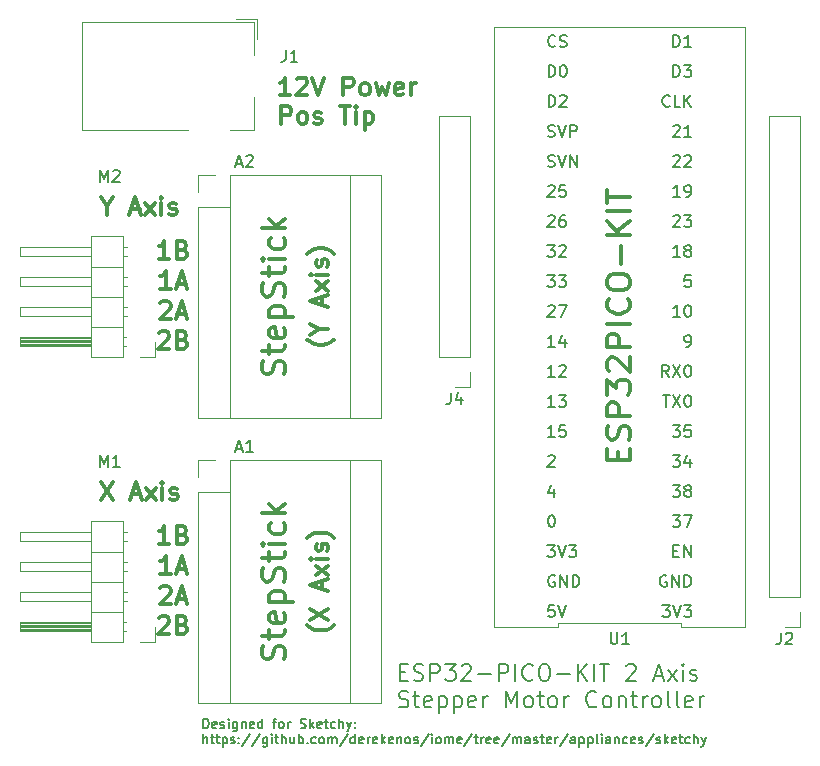
<source format=gbr>
G04 #@! TF.GenerationSoftware,KiCad,Pcbnew,5.99.0-unknown-c3175b4~86~ubuntu16.04.1*
G04 #@! TF.CreationDate,2019-11-29T18:47:54-05:00*
G04 #@! TF.ProjectId,sketchy,736b6574-6368-4792-9e6b-696361645f70,rev?*
G04 #@! TF.SameCoordinates,Original*
G04 #@! TF.FileFunction,Legend,Top*
G04 #@! TF.FilePolarity,Positive*
%FSLAX46Y46*%
G04 Gerber Fmt 4.6, Leading zero omitted, Abs format (unit mm)*
G04 Created by KiCad (PCBNEW 5.99.0-unknown-c3175b4~86~ubuntu16.04.1) date 2019-11-29 18:47:54*
%MOMM*%
%LPD*%
G04 APERTURE LIST*
%ADD10C,0.150000*%
%ADD11C,0.300000*%
%ADD12C,0.200000*%
%ADD13C,0.120000*%
G04 APERTURE END LIST*
D10*
X156640833Y-153713000D02*
X157107500Y-153713000D01*
X157307500Y-154446333D02*
X156640833Y-154446333D01*
X156640833Y-153046333D01*
X157307500Y-153046333D01*
X157840833Y-154379666D02*
X158040833Y-154446333D01*
X158374166Y-154446333D01*
X158507500Y-154379666D01*
X158574166Y-154313000D01*
X158640833Y-154179666D01*
X158640833Y-154046333D01*
X158574166Y-153913000D01*
X158507500Y-153846333D01*
X158374166Y-153779666D01*
X158107500Y-153713000D01*
X157974166Y-153646333D01*
X157907500Y-153579666D01*
X157840833Y-153446333D01*
X157840833Y-153313000D01*
X157907500Y-153179666D01*
X157974166Y-153113000D01*
X158107500Y-153046333D01*
X158440833Y-153046333D01*
X158640833Y-153113000D01*
X159240833Y-154446333D02*
X159240833Y-153046333D01*
X159774166Y-153046333D01*
X159907500Y-153113000D01*
X159974166Y-153179666D01*
X160040833Y-153313000D01*
X160040833Y-153513000D01*
X159974166Y-153646333D01*
X159907500Y-153713000D01*
X159774166Y-153779666D01*
X159240833Y-153779666D01*
X160507500Y-153046333D02*
X161374166Y-153046333D01*
X160907500Y-153579666D01*
X161107500Y-153579666D01*
X161240833Y-153646333D01*
X161307500Y-153713000D01*
X161374166Y-153846333D01*
X161374166Y-154179666D01*
X161307500Y-154313000D01*
X161240833Y-154379666D01*
X161107500Y-154446333D01*
X160707500Y-154446333D01*
X160574166Y-154379666D01*
X160507500Y-154313000D01*
X161907500Y-153179666D02*
X161974166Y-153113000D01*
X162107500Y-153046333D01*
X162440833Y-153046333D01*
X162574166Y-153113000D01*
X162640833Y-153179666D01*
X162707500Y-153313000D01*
X162707500Y-153446333D01*
X162640833Y-153646333D01*
X161840833Y-154446333D01*
X162707500Y-154446333D01*
X163307500Y-153913000D02*
X164374166Y-153913000D01*
X165040833Y-154446333D02*
X165040833Y-153046333D01*
X165574166Y-153046333D01*
X165707500Y-153113000D01*
X165774166Y-153179666D01*
X165840833Y-153313000D01*
X165840833Y-153513000D01*
X165774166Y-153646333D01*
X165707500Y-153713000D01*
X165574166Y-153779666D01*
X165040833Y-153779666D01*
X166440833Y-154446333D02*
X166440833Y-153046333D01*
X167907500Y-154313000D02*
X167840833Y-154379666D01*
X167640833Y-154446333D01*
X167507500Y-154446333D01*
X167307500Y-154379666D01*
X167174166Y-154246333D01*
X167107500Y-154113000D01*
X167040833Y-153846333D01*
X167040833Y-153646333D01*
X167107500Y-153379666D01*
X167174166Y-153246333D01*
X167307500Y-153113000D01*
X167507500Y-153046333D01*
X167640833Y-153046333D01*
X167840833Y-153113000D01*
X167907500Y-153179666D01*
X168774166Y-153046333D02*
X169040833Y-153046333D01*
X169174166Y-153113000D01*
X169307500Y-153246333D01*
X169374166Y-153513000D01*
X169374166Y-153979666D01*
X169307500Y-154246333D01*
X169174166Y-154379666D01*
X169040833Y-154446333D01*
X168774166Y-154446333D01*
X168640833Y-154379666D01*
X168507500Y-154246333D01*
X168440833Y-153979666D01*
X168440833Y-153513000D01*
X168507500Y-153246333D01*
X168640833Y-153113000D01*
X168774166Y-153046333D01*
X169974166Y-153913000D02*
X171040833Y-153913000D01*
X171707500Y-154446333D02*
X171707500Y-153046333D01*
X172507500Y-154446333D02*
X171907500Y-153646333D01*
X172507500Y-153046333D02*
X171707500Y-153846333D01*
X173107500Y-154446333D02*
X173107500Y-153046333D01*
X173574166Y-153046333D02*
X174374166Y-153046333D01*
X173974166Y-154446333D02*
X173974166Y-153046333D01*
X175840833Y-153179666D02*
X175907500Y-153113000D01*
X176040833Y-153046333D01*
X176374166Y-153046333D01*
X176507500Y-153113000D01*
X176574166Y-153179666D01*
X176640833Y-153313000D01*
X176640833Y-153446333D01*
X176574166Y-153646333D01*
X175774166Y-154446333D01*
X176640833Y-154446333D01*
X178240833Y-154046333D02*
X178907500Y-154046333D01*
X178107500Y-154446333D02*
X178574166Y-153046333D01*
X179040833Y-154446333D01*
X179374166Y-154446333D02*
X180107500Y-153513000D01*
X179374166Y-153513000D02*
X180107500Y-154446333D01*
X180640833Y-154446333D02*
X180640833Y-153513000D01*
X180640833Y-153046333D02*
X180574166Y-153113000D01*
X180640833Y-153179666D01*
X180707500Y-153113000D01*
X180640833Y-153046333D01*
X180640833Y-153179666D01*
X181240833Y-154379666D02*
X181374166Y-154446333D01*
X181640833Y-154446333D01*
X181774166Y-154379666D01*
X181840833Y-154246333D01*
X181840833Y-154179666D01*
X181774166Y-154046333D01*
X181640833Y-153979666D01*
X181440833Y-153979666D01*
X181307500Y-153913000D01*
X181240833Y-153779666D01*
X181240833Y-153713000D01*
X181307500Y-153579666D01*
X181440833Y-153513000D01*
X181640833Y-153513000D01*
X181774166Y-153579666D01*
X156574166Y-156633666D02*
X156774166Y-156700333D01*
X157107500Y-156700333D01*
X157240833Y-156633666D01*
X157307500Y-156567000D01*
X157374166Y-156433666D01*
X157374166Y-156300333D01*
X157307500Y-156167000D01*
X157240833Y-156100333D01*
X157107500Y-156033666D01*
X156840833Y-155967000D01*
X156707500Y-155900333D01*
X156640833Y-155833666D01*
X156574166Y-155700333D01*
X156574166Y-155567000D01*
X156640833Y-155433666D01*
X156707500Y-155367000D01*
X156840833Y-155300333D01*
X157174166Y-155300333D01*
X157374166Y-155367000D01*
X157774166Y-155767000D02*
X158307500Y-155767000D01*
X157974166Y-155300333D02*
X157974166Y-156500333D01*
X158040833Y-156633666D01*
X158174166Y-156700333D01*
X158307500Y-156700333D01*
X159307500Y-156633666D02*
X159174166Y-156700333D01*
X158907500Y-156700333D01*
X158774166Y-156633666D01*
X158707500Y-156500333D01*
X158707500Y-155967000D01*
X158774166Y-155833666D01*
X158907500Y-155767000D01*
X159174166Y-155767000D01*
X159307500Y-155833666D01*
X159374166Y-155967000D01*
X159374166Y-156100333D01*
X158707500Y-156233666D01*
X159974166Y-155767000D02*
X159974166Y-157167000D01*
X159974166Y-155833666D02*
X160107500Y-155767000D01*
X160374166Y-155767000D01*
X160507500Y-155833666D01*
X160574166Y-155900333D01*
X160640833Y-156033666D01*
X160640833Y-156433666D01*
X160574166Y-156567000D01*
X160507500Y-156633666D01*
X160374166Y-156700333D01*
X160107500Y-156700333D01*
X159974166Y-156633666D01*
X161240833Y-155767000D02*
X161240833Y-157167000D01*
X161240833Y-155833666D02*
X161374166Y-155767000D01*
X161640833Y-155767000D01*
X161774166Y-155833666D01*
X161840833Y-155900333D01*
X161907500Y-156033666D01*
X161907500Y-156433666D01*
X161840833Y-156567000D01*
X161774166Y-156633666D01*
X161640833Y-156700333D01*
X161374166Y-156700333D01*
X161240833Y-156633666D01*
X163040833Y-156633666D02*
X162907500Y-156700333D01*
X162640833Y-156700333D01*
X162507500Y-156633666D01*
X162440833Y-156500333D01*
X162440833Y-155967000D01*
X162507500Y-155833666D01*
X162640833Y-155767000D01*
X162907500Y-155767000D01*
X163040833Y-155833666D01*
X163107500Y-155967000D01*
X163107500Y-156100333D01*
X162440833Y-156233666D01*
X163707500Y-156700333D02*
X163707500Y-155767000D01*
X163707500Y-156033666D02*
X163774166Y-155900333D01*
X163840833Y-155833666D01*
X163974166Y-155767000D01*
X164107500Y-155767000D01*
X165640833Y-156700333D02*
X165640833Y-155300333D01*
X166107500Y-156300333D01*
X166574166Y-155300333D01*
X166574166Y-156700333D01*
X167440833Y-156700333D02*
X167307500Y-156633666D01*
X167240833Y-156567000D01*
X167174166Y-156433666D01*
X167174166Y-156033666D01*
X167240833Y-155900333D01*
X167307500Y-155833666D01*
X167440833Y-155767000D01*
X167640833Y-155767000D01*
X167774166Y-155833666D01*
X167840833Y-155900333D01*
X167907500Y-156033666D01*
X167907500Y-156433666D01*
X167840833Y-156567000D01*
X167774166Y-156633666D01*
X167640833Y-156700333D01*
X167440833Y-156700333D01*
X168307500Y-155767000D02*
X168840833Y-155767000D01*
X168507500Y-155300333D02*
X168507500Y-156500333D01*
X168574166Y-156633666D01*
X168707500Y-156700333D01*
X168840833Y-156700333D01*
X169507500Y-156700333D02*
X169374166Y-156633666D01*
X169307500Y-156567000D01*
X169240833Y-156433666D01*
X169240833Y-156033666D01*
X169307500Y-155900333D01*
X169374166Y-155833666D01*
X169507500Y-155767000D01*
X169707500Y-155767000D01*
X169840833Y-155833666D01*
X169907500Y-155900333D01*
X169974166Y-156033666D01*
X169974166Y-156433666D01*
X169907500Y-156567000D01*
X169840833Y-156633666D01*
X169707500Y-156700333D01*
X169507500Y-156700333D01*
X170574166Y-156700333D02*
X170574166Y-155767000D01*
X170574166Y-156033666D02*
X170640833Y-155900333D01*
X170707500Y-155833666D01*
X170840833Y-155767000D01*
X170974166Y-155767000D01*
X173307500Y-156567000D02*
X173240833Y-156633666D01*
X173040833Y-156700333D01*
X172907500Y-156700333D01*
X172707500Y-156633666D01*
X172574166Y-156500333D01*
X172507500Y-156367000D01*
X172440833Y-156100333D01*
X172440833Y-155900333D01*
X172507500Y-155633666D01*
X172574166Y-155500333D01*
X172707500Y-155367000D01*
X172907500Y-155300333D01*
X173040833Y-155300333D01*
X173240833Y-155367000D01*
X173307500Y-155433666D01*
X174107500Y-156700333D02*
X173974166Y-156633666D01*
X173907500Y-156567000D01*
X173840833Y-156433666D01*
X173840833Y-156033666D01*
X173907500Y-155900333D01*
X173974166Y-155833666D01*
X174107500Y-155767000D01*
X174307500Y-155767000D01*
X174440833Y-155833666D01*
X174507500Y-155900333D01*
X174574166Y-156033666D01*
X174574166Y-156433666D01*
X174507500Y-156567000D01*
X174440833Y-156633666D01*
X174307500Y-156700333D01*
X174107500Y-156700333D01*
X175174166Y-155767000D02*
X175174166Y-156700333D01*
X175174166Y-155900333D02*
X175240833Y-155833666D01*
X175374166Y-155767000D01*
X175574166Y-155767000D01*
X175707500Y-155833666D01*
X175774166Y-155967000D01*
X175774166Y-156700333D01*
X176240833Y-155767000D02*
X176774166Y-155767000D01*
X176440833Y-155300333D02*
X176440833Y-156500333D01*
X176507500Y-156633666D01*
X176640833Y-156700333D01*
X176774166Y-156700333D01*
X177240833Y-156700333D02*
X177240833Y-155767000D01*
X177240833Y-156033666D02*
X177307500Y-155900333D01*
X177374166Y-155833666D01*
X177507500Y-155767000D01*
X177640833Y-155767000D01*
X178307500Y-156700333D02*
X178174166Y-156633666D01*
X178107500Y-156567000D01*
X178040833Y-156433666D01*
X178040833Y-156033666D01*
X178107500Y-155900333D01*
X178174166Y-155833666D01*
X178307500Y-155767000D01*
X178507500Y-155767000D01*
X178640833Y-155833666D01*
X178707500Y-155900333D01*
X178774166Y-156033666D01*
X178774166Y-156433666D01*
X178707500Y-156567000D01*
X178640833Y-156633666D01*
X178507500Y-156700333D01*
X178307500Y-156700333D01*
X179574166Y-156700333D02*
X179440833Y-156633666D01*
X179374166Y-156500333D01*
X179374166Y-155300333D01*
X180307500Y-156700333D02*
X180174166Y-156633666D01*
X180107500Y-156500333D01*
X180107500Y-155300333D01*
X181374166Y-156633666D02*
X181240833Y-156700333D01*
X180974166Y-156700333D01*
X180840833Y-156633666D01*
X180774166Y-156500333D01*
X180774166Y-155967000D01*
X180840833Y-155833666D01*
X180974166Y-155767000D01*
X181240833Y-155767000D01*
X181374166Y-155833666D01*
X181440833Y-155967000D01*
X181440833Y-156100333D01*
X180774166Y-156233666D01*
X182040833Y-156700333D02*
X182040833Y-155767000D01*
X182040833Y-156033666D02*
X182107500Y-155900333D01*
X182174166Y-155833666D01*
X182307500Y-155767000D01*
X182440833Y-155767000D01*
D11*
X151110000Y-125562857D02*
X151038571Y-125634285D01*
X150824285Y-125777142D01*
X150681428Y-125848571D01*
X150467142Y-125920000D01*
X150110000Y-125991428D01*
X149824285Y-125991428D01*
X149467142Y-125920000D01*
X149252857Y-125848571D01*
X149110000Y-125777142D01*
X148895714Y-125634285D01*
X148824285Y-125562857D01*
X149824285Y-124705714D02*
X150538571Y-124705714D01*
X149038571Y-125205714D02*
X149824285Y-124705714D01*
X149038571Y-124205714D01*
X150110000Y-122634285D02*
X150110000Y-121920000D01*
X150538571Y-122777142D02*
X149038571Y-122277142D01*
X150538571Y-121777142D01*
X150538571Y-121420000D02*
X149538571Y-120634285D01*
X149538571Y-121420000D02*
X150538571Y-120634285D01*
X150538571Y-120062857D02*
X149538571Y-120062857D01*
X149038571Y-120062857D02*
X149110000Y-120134285D01*
X149181428Y-120062857D01*
X149110000Y-119991428D01*
X149038571Y-120062857D01*
X149181428Y-120062857D01*
X150467142Y-119420000D02*
X150538571Y-119277142D01*
X150538571Y-118991428D01*
X150467142Y-118848571D01*
X150324285Y-118777142D01*
X150252857Y-118777142D01*
X150110000Y-118848571D01*
X150038571Y-118991428D01*
X150038571Y-119205714D01*
X149967142Y-119348571D01*
X149824285Y-119420000D01*
X149752857Y-119420000D01*
X149610000Y-119348571D01*
X149538571Y-119205714D01*
X149538571Y-118991428D01*
X149610000Y-118848571D01*
X151110000Y-118277142D02*
X151038571Y-118205714D01*
X150824285Y-118062857D01*
X150681428Y-117991428D01*
X150467142Y-117920000D01*
X150110000Y-117848571D01*
X149824285Y-117848571D01*
X149467142Y-117920000D01*
X149252857Y-117991428D01*
X149110000Y-118062857D01*
X148895714Y-118205714D01*
X148824285Y-118277142D01*
X151110000Y-149764285D02*
X151038571Y-149835714D01*
X150824285Y-149978571D01*
X150681428Y-150050000D01*
X150467142Y-150121428D01*
X150110000Y-150192857D01*
X149824285Y-150192857D01*
X149467142Y-150121428D01*
X149252857Y-150050000D01*
X149110000Y-149978571D01*
X148895714Y-149835714D01*
X148824285Y-149764285D01*
X149038571Y-149335714D02*
X150538571Y-148335714D01*
X149038571Y-148335714D02*
X150538571Y-149335714D01*
X150110000Y-146692857D02*
X150110000Y-145978571D01*
X150538571Y-146835714D02*
X149038571Y-146335714D01*
X150538571Y-145835714D01*
X150538571Y-145478571D02*
X149538571Y-144692857D01*
X149538571Y-145478571D02*
X150538571Y-144692857D01*
X150538571Y-144121428D02*
X149538571Y-144121428D01*
X149038571Y-144121428D02*
X149110000Y-144192857D01*
X149181428Y-144121428D01*
X149110000Y-144050000D01*
X149038571Y-144121428D01*
X149181428Y-144121428D01*
X150467142Y-143478571D02*
X150538571Y-143335714D01*
X150538571Y-143050000D01*
X150467142Y-142907142D01*
X150324285Y-142835714D01*
X150252857Y-142835714D01*
X150110000Y-142907142D01*
X150038571Y-143050000D01*
X150038571Y-143264285D01*
X149967142Y-143407142D01*
X149824285Y-143478571D01*
X149752857Y-143478571D01*
X149610000Y-143407142D01*
X149538571Y-143264285D01*
X149538571Y-143050000D01*
X149610000Y-142907142D01*
X151110000Y-142335714D02*
X151038571Y-142264285D01*
X150824285Y-142121428D01*
X150681428Y-142050000D01*
X150467142Y-141978571D01*
X150110000Y-141907142D01*
X149824285Y-141907142D01*
X149467142Y-141978571D01*
X149252857Y-142050000D01*
X149110000Y-142121428D01*
X148895714Y-142264285D01*
X148824285Y-142335714D01*
X146859523Y-128491428D02*
X146954761Y-128205714D01*
X146954761Y-127729523D01*
X146859523Y-127539047D01*
X146764285Y-127443809D01*
X146573809Y-127348571D01*
X146383333Y-127348571D01*
X146192857Y-127443809D01*
X146097619Y-127539047D01*
X146002380Y-127729523D01*
X145907142Y-128110476D01*
X145811904Y-128300952D01*
X145716666Y-128396190D01*
X145526190Y-128491428D01*
X145335714Y-128491428D01*
X145145238Y-128396190D01*
X145050000Y-128300952D01*
X144954761Y-128110476D01*
X144954761Y-127634285D01*
X145050000Y-127348571D01*
X145621428Y-126777142D02*
X145621428Y-126015238D01*
X144954761Y-126491428D02*
X146669047Y-126491428D01*
X146859523Y-126396190D01*
X146954761Y-126205714D01*
X146954761Y-126015238D01*
X146859523Y-124586666D02*
X146954761Y-124777142D01*
X146954761Y-125158095D01*
X146859523Y-125348571D01*
X146669047Y-125443809D01*
X145907142Y-125443809D01*
X145716666Y-125348571D01*
X145621428Y-125158095D01*
X145621428Y-124777142D01*
X145716666Y-124586666D01*
X145907142Y-124491428D01*
X146097619Y-124491428D01*
X146288095Y-125443809D01*
X145621428Y-123634285D02*
X147621428Y-123634285D01*
X145716666Y-123634285D02*
X145621428Y-123443809D01*
X145621428Y-123062857D01*
X145716666Y-122872380D01*
X145811904Y-122777142D01*
X146002380Y-122681904D01*
X146573809Y-122681904D01*
X146764285Y-122777142D01*
X146859523Y-122872380D01*
X146954761Y-123062857D01*
X146954761Y-123443809D01*
X146859523Y-123634285D01*
X146859523Y-121920000D02*
X146954761Y-121634285D01*
X146954761Y-121158095D01*
X146859523Y-120967619D01*
X146764285Y-120872380D01*
X146573809Y-120777142D01*
X146383333Y-120777142D01*
X146192857Y-120872380D01*
X146097619Y-120967619D01*
X146002380Y-121158095D01*
X145907142Y-121539047D01*
X145811904Y-121729523D01*
X145716666Y-121824761D01*
X145526190Y-121920000D01*
X145335714Y-121920000D01*
X145145238Y-121824761D01*
X145050000Y-121729523D01*
X144954761Y-121539047D01*
X144954761Y-121062857D01*
X145050000Y-120777142D01*
X145621428Y-120205714D02*
X145621428Y-119443809D01*
X144954761Y-119920000D02*
X146669047Y-119920000D01*
X146859523Y-119824761D01*
X146954761Y-119634285D01*
X146954761Y-119443809D01*
X146954761Y-118777142D02*
X145621428Y-118777142D01*
X144954761Y-118777142D02*
X145050000Y-118872380D01*
X145145238Y-118777142D01*
X145050000Y-118681904D01*
X144954761Y-118777142D01*
X145145238Y-118777142D01*
X146859523Y-116967619D02*
X146954761Y-117158095D01*
X146954761Y-117539047D01*
X146859523Y-117729523D01*
X146764285Y-117824761D01*
X146573809Y-117920000D01*
X146002380Y-117920000D01*
X145811904Y-117824761D01*
X145716666Y-117729523D01*
X145621428Y-117539047D01*
X145621428Y-117158095D01*
X145716666Y-116967619D01*
X146954761Y-116110476D02*
X144954761Y-116110476D01*
X146192857Y-115920000D02*
X146954761Y-115348571D01*
X145621428Y-115348571D02*
X146383333Y-116110476D01*
X146859523Y-152621428D02*
X146954761Y-152335714D01*
X146954761Y-151859523D01*
X146859523Y-151669047D01*
X146764285Y-151573809D01*
X146573809Y-151478571D01*
X146383333Y-151478571D01*
X146192857Y-151573809D01*
X146097619Y-151669047D01*
X146002380Y-151859523D01*
X145907142Y-152240476D01*
X145811904Y-152430952D01*
X145716666Y-152526190D01*
X145526190Y-152621428D01*
X145335714Y-152621428D01*
X145145238Y-152526190D01*
X145050000Y-152430952D01*
X144954761Y-152240476D01*
X144954761Y-151764285D01*
X145050000Y-151478571D01*
X145621428Y-150907142D02*
X145621428Y-150145238D01*
X144954761Y-150621428D02*
X146669047Y-150621428D01*
X146859523Y-150526190D01*
X146954761Y-150335714D01*
X146954761Y-150145238D01*
X146859523Y-148716666D02*
X146954761Y-148907142D01*
X146954761Y-149288095D01*
X146859523Y-149478571D01*
X146669047Y-149573809D01*
X145907142Y-149573809D01*
X145716666Y-149478571D01*
X145621428Y-149288095D01*
X145621428Y-148907142D01*
X145716666Y-148716666D01*
X145907142Y-148621428D01*
X146097619Y-148621428D01*
X146288095Y-149573809D01*
X145621428Y-147764285D02*
X147621428Y-147764285D01*
X145716666Y-147764285D02*
X145621428Y-147573809D01*
X145621428Y-147192857D01*
X145716666Y-147002380D01*
X145811904Y-146907142D01*
X146002380Y-146811904D01*
X146573809Y-146811904D01*
X146764285Y-146907142D01*
X146859523Y-147002380D01*
X146954761Y-147192857D01*
X146954761Y-147573809D01*
X146859523Y-147764285D01*
X146859523Y-146050000D02*
X146954761Y-145764285D01*
X146954761Y-145288095D01*
X146859523Y-145097619D01*
X146764285Y-145002380D01*
X146573809Y-144907142D01*
X146383333Y-144907142D01*
X146192857Y-145002380D01*
X146097619Y-145097619D01*
X146002380Y-145288095D01*
X145907142Y-145669047D01*
X145811904Y-145859523D01*
X145716666Y-145954761D01*
X145526190Y-146050000D01*
X145335714Y-146050000D01*
X145145238Y-145954761D01*
X145050000Y-145859523D01*
X144954761Y-145669047D01*
X144954761Y-145192857D01*
X145050000Y-144907142D01*
X145621428Y-144335714D02*
X145621428Y-143573809D01*
X144954761Y-144050000D02*
X146669047Y-144050000D01*
X146859523Y-143954761D01*
X146954761Y-143764285D01*
X146954761Y-143573809D01*
X146954761Y-142907142D02*
X145621428Y-142907142D01*
X144954761Y-142907142D02*
X145050000Y-143002380D01*
X145145238Y-142907142D01*
X145050000Y-142811904D01*
X144954761Y-142907142D01*
X145145238Y-142907142D01*
X146859523Y-141097619D02*
X146954761Y-141288095D01*
X146954761Y-141669047D01*
X146859523Y-141859523D01*
X146764285Y-141954761D01*
X146573809Y-142050000D01*
X146002380Y-142050000D01*
X145811904Y-141954761D01*
X145716666Y-141859523D01*
X145621428Y-141669047D01*
X145621428Y-141288095D01*
X145716666Y-141097619D01*
X146954761Y-140240476D02*
X144954761Y-140240476D01*
X146192857Y-140050000D02*
X146954761Y-139478571D01*
X145621428Y-139478571D02*
X146383333Y-140240476D01*
D12*
X140020476Y-158467904D02*
X140020476Y-157667904D01*
X140210952Y-157667904D01*
X140325238Y-157706000D01*
X140401428Y-157782190D01*
X140439523Y-157858380D01*
X140477619Y-158010761D01*
X140477619Y-158125047D01*
X140439523Y-158277428D01*
X140401428Y-158353619D01*
X140325238Y-158429809D01*
X140210952Y-158467904D01*
X140020476Y-158467904D01*
X141125238Y-158429809D02*
X141049047Y-158467904D01*
X140896666Y-158467904D01*
X140820476Y-158429809D01*
X140782380Y-158353619D01*
X140782380Y-158048857D01*
X140820476Y-157972666D01*
X140896666Y-157934571D01*
X141049047Y-157934571D01*
X141125238Y-157972666D01*
X141163333Y-158048857D01*
X141163333Y-158125047D01*
X140782380Y-158201238D01*
X141468095Y-158429809D02*
X141544285Y-158467904D01*
X141696666Y-158467904D01*
X141772857Y-158429809D01*
X141810952Y-158353619D01*
X141810952Y-158315523D01*
X141772857Y-158239333D01*
X141696666Y-158201238D01*
X141582380Y-158201238D01*
X141506190Y-158163142D01*
X141468095Y-158086952D01*
X141468095Y-158048857D01*
X141506190Y-157972666D01*
X141582380Y-157934571D01*
X141696666Y-157934571D01*
X141772857Y-157972666D01*
X142153809Y-158467904D02*
X142153809Y-157934571D01*
X142153809Y-157667904D02*
X142115714Y-157706000D01*
X142153809Y-157744095D01*
X142191904Y-157706000D01*
X142153809Y-157667904D01*
X142153809Y-157744095D01*
X142877619Y-157934571D02*
X142877619Y-158582190D01*
X142839523Y-158658380D01*
X142801428Y-158696476D01*
X142725238Y-158734571D01*
X142610952Y-158734571D01*
X142534761Y-158696476D01*
X142877619Y-158429809D02*
X142801428Y-158467904D01*
X142649047Y-158467904D01*
X142572857Y-158429809D01*
X142534761Y-158391714D01*
X142496666Y-158315523D01*
X142496666Y-158086952D01*
X142534761Y-158010761D01*
X142572857Y-157972666D01*
X142649047Y-157934571D01*
X142801428Y-157934571D01*
X142877619Y-157972666D01*
X143258571Y-157934571D02*
X143258571Y-158467904D01*
X143258571Y-158010761D02*
X143296666Y-157972666D01*
X143372857Y-157934571D01*
X143487142Y-157934571D01*
X143563333Y-157972666D01*
X143601428Y-158048857D01*
X143601428Y-158467904D01*
X144287142Y-158429809D02*
X144210952Y-158467904D01*
X144058571Y-158467904D01*
X143982380Y-158429809D01*
X143944285Y-158353619D01*
X143944285Y-158048857D01*
X143982380Y-157972666D01*
X144058571Y-157934571D01*
X144210952Y-157934571D01*
X144287142Y-157972666D01*
X144325238Y-158048857D01*
X144325238Y-158125047D01*
X143944285Y-158201238D01*
X145010952Y-158467904D02*
X145010952Y-157667904D01*
X145010952Y-158429809D02*
X144934761Y-158467904D01*
X144782380Y-158467904D01*
X144706190Y-158429809D01*
X144668095Y-158391714D01*
X144630000Y-158315523D01*
X144630000Y-158086952D01*
X144668095Y-158010761D01*
X144706190Y-157972666D01*
X144782380Y-157934571D01*
X144934761Y-157934571D01*
X145010952Y-157972666D01*
X145887142Y-157934571D02*
X146191904Y-157934571D01*
X146001428Y-158467904D02*
X146001428Y-157782190D01*
X146039523Y-157706000D01*
X146115714Y-157667904D01*
X146191904Y-157667904D01*
X146572857Y-158467904D02*
X146496666Y-158429809D01*
X146458571Y-158391714D01*
X146420476Y-158315523D01*
X146420476Y-158086952D01*
X146458571Y-158010761D01*
X146496666Y-157972666D01*
X146572857Y-157934571D01*
X146687142Y-157934571D01*
X146763333Y-157972666D01*
X146801428Y-158010761D01*
X146839523Y-158086952D01*
X146839523Y-158315523D01*
X146801428Y-158391714D01*
X146763333Y-158429809D01*
X146687142Y-158467904D01*
X146572857Y-158467904D01*
X147182380Y-158467904D02*
X147182380Y-157934571D01*
X147182380Y-158086952D02*
X147220476Y-158010761D01*
X147258571Y-157972666D01*
X147334761Y-157934571D01*
X147410952Y-157934571D01*
X148249047Y-158429809D02*
X148363333Y-158467904D01*
X148553809Y-158467904D01*
X148630000Y-158429809D01*
X148668095Y-158391714D01*
X148706190Y-158315523D01*
X148706190Y-158239333D01*
X148668095Y-158163142D01*
X148630000Y-158125047D01*
X148553809Y-158086952D01*
X148401428Y-158048857D01*
X148325238Y-158010761D01*
X148287142Y-157972666D01*
X148249047Y-157896476D01*
X148249047Y-157820285D01*
X148287142Y-157744095D01*
X148325238Y-157706000D01*
X148401428Y-157667904D01*
X148591904Y-157667904D01*
X148706190Y-157706000D01*
X149049047Y-158467904D02*
X149049047Y-157667904D01*
X149125238Y-158163142D02*
X149353809Y-158467904D01*
X149353809Y-157934571D02*
X149049047Y-158239333D01*
X150001428Y-158429809D02*
X149925238Y-158467904D01*
X149772857Y-158467904D01*
X149696666Y-158429809D01*
X149658571Y-158353619D01*
X149658571Y-158048857D01*
X149696666Y-157972666D01*
X149772857Y-157934571D01*
X149925238Y-157934571D01*
X150001428Y-157972666D01*
X150039523Y-158048857D01*
X150039523Y-158125047D01*
X149658571Y-158201238D01*
X150268095Y-157934571D02*
X150572857Y-157934571D01*
X150382380Y-157667904D02*
X150382380Y-158353619D01*
X150420476Y-158429809D01*
X150496666Y-158467904D01*
X150572857Y-158467904D01*
X151182380Y-158429809D02*
X151106190Y-158467904D01*
X150953809Y-158467904D01*
X150877619Y-158429809D01*
X150839523Y-158391714D01*
X150801428Y-158315523D01*
X150801428Y-158086952D01*
X150839523Y-158010761D01*
X150877619Y-157972666D01*
X150953809Y-157934571D01*
X151106190Y-157934571D01*
X151182380Y-157972666D01*
X151525238Y-158467904D02*
X151525238Y-157667904D01*
X151868095Y-158467904D02*
X151868095Y-158048857D01*
X151830000Y-157972666D01*
X151753809Y-157934571D01*
X151639523Y-157934571D01*
X151563333Y-157972666D01*
X151525238Y-158010761D01*
X152172857Y-157934571D02*
X152363333Y-158467904D01*
X152553809Y-157934571D02*
X152363333Y-158467904D01*
X152287142Y-158658380D01*
X152249047Y-158696476D01*
X152172857Y-158734571D01*
X152858571Y-158391714D02*
X152896666Y-158429809D01*
X152858571Y-158467904D01*
X152820476Y-158429809D01*
X152858571Y-158391714D01*
X152858571Y-158467904D01*
X152858571Y-157972666D02*
X152896666Y-158010761D01*
X152858571Y-158048857D01*
X152820476Y-158010761D01*
X152858571Y-157972666D01*
X152858571Y-158048857D01*
X140020476Y-159755904D02*
X140020476Y-158955904D01*
X140363333Y-159755904D02*
X140363333Y-159336857D01*
X140325238Y-159260666D01*
X140249047Y-159222571D01*
X140134761Y-159222571D01*
X140058571Y-159260666D01*
X140020476Y-159298761D01*
X140630000Y-159222571D02*
X140934761Y-159222571D01*
X140744285Y-158955904D02*
X140744285Y-159641619D01*
X140782380Y-159717809D01*
X140858571Y-159755904D01*
X140934761Y-159755904D01*
X141087142Y-159222571D02*
X141391904Y-159222571D01*
X141201428Y-158955904D02*
X141201428Y-159641619D01*
X141239523Y-159717809D01*
X141315714Y-159755904D01*
X141391904Y-159755904D01*
X141658571Y-159222571D02*
X141658571Y-160022571D01*
X141658571Y-159260666D02*
X141734761Y-159222571D01*
X141887142Y-159222571D01*
X141963333Y-159260666D01*
X142001428Y-159298761D01*
X142039523Y-159374952D01*
X142039523Y-159603523D01*
X142001428Y-159679714D01*
X141963333Y-159717809D01*
X141887142Y-159755904D01*
X141734761Y-159755904D01*
X141658571Y-159717809D01*
X142344285Y-159717809D02*
X142420476Y-159755904D01*
X142572857Y-159755904D01*
X142649047Y-159717809D01*
X142687142Y-159641619D01*
X142687142Y-159603523D01*
X142649047Y-159527333D01*
X142572857Y-159489238D01*
X142458571Y-159489238D01*
X142382380Y-159451142D01*
X142344285Y-159374952D01*
X142344285Y-159336857D01*
X142382380Y-159260666D01*
X142458571Y-159222571D01*
X142572857Y-159222571D01*
X142649047Y-159260666D01*
X143030000Y-159679714D02*
X143068095Y-159717809D01*
X143030000Y-159755904D01*
X142991904Y-159717809D01*
X143030000Y-159679714D01*
X143030000Y-159755904D01*
X143030000Y-159260666D02*
X143068095Y-159298761D01*
X143030000Y-159336857D01*
X142991904Y-159298761D01*
X143030000Y-159260666D01*
X143030000Y-159336857D01*
X143982380Y-158917809D02*
X143296666Y-159946380D01*
X144820476Y-158917809D02*
X144134761Y-159946380D01*
X145430000Y-159222571D02*
X145430000Y-159870190D01*
X145391904Y-159946380D01*
X145353809Y-159984476D01*
X145277619Y-160022571D01*
X145163333Y-160022571D01*
X145087142Y-159984476D01*
X145430000Y-159717809D02*
X145353809Y-159755904D01*
X145201428Y-159755904D01*
X145125238Y-159717809D01*
X145087142Y-159679714D01*
X145049047Y-159603523D01*
X145049047Y-159374952D01*
X145087142Y-159298761D01*
X145125238Y-159260666D01*
X145201428Y-159222571D01*
X145353809Y-159222571D01*
X145430000Y-159260666D01*
X145810952Y-159755904D02*
X145810952Y-159222571D01*
X145810952Y-158955904D02*
X145772857Y-158994000D01*
X145810952Y-159032095D01*
X145849047Y-158994000D01*
X145810952Y-158955904D01*
X145810952Y-159032095D01*
X146077619Y-159222571D02*
X146382380Y-159222571D01*
X146191904Y-158955904D02*
X146191904Y-159641619D01*
X146230000Y-159717809D01*
X146306190Y-159755904D01*
X146382380Y-159755904D01*
X146649047Y-159755904D02*
X146649047Y-158955904D01*
X146991904Y-159755904D02*
X146991904Y-159336857D01*
X146953809Y-159260666D01*
X146877619Y-159222571D01*
X146763333Y-159222571D01*
X146687142Y-159260666D01*
X146649047Y-159298761D01*
X147715714Y-159222571D02*
X147715714Y-159755904D01*
X147372857Y-159222571D02*
X147372857Y-159641619D01*
X147410952Y-159717809D01*
X147487142Y-159755904D01*
X147601428Y-159755904D01*
X147677619Y-159717809D01*
X147715714Y-159679714D01*
X148096666Y-159755904D02*
X148096666Y-158955904D01*
X148096666Y-159260666D02*
X148172857Y-159222571D01*
X148325238Y-159222571D01*
X148401428Y-159260666D01*
X148439523Y-159298761D01*
X148477619Y-159374952D01*
X148477619Y-159603523D01*
X148439523Y-159679714D01*
X148401428Y-159717809D01*
X148325238Y-159755904D01*
X148172857Y-159755904D01*
X148096666Y-159717809D01*
X148820476Y-159679714D02*
X148858571Y-159717809D01*
X148820476Y-159755904D01*
X148782380Y-159717809D01*
X148820476Y-159679714D01*
X148820476Y-159755904D01*
X149544285Y-159717809D02*
X149468095Y-159755904D01*
X149315714Y-159755904D01*
X149239523Y-159717809D01*
X149201428Y-159679714D01*
X149163333Y-159603523D01*
X149163333Y-159374952D01*
X149201428Y-159298761D01*
X149239523Y-159260666D01*
X149315714Y-159222571D01*
X149468095Y-159222571D01*
X149544285Y-159260666D01*
X150001428Y-159755904D02*
X149925238Y-159717809D01*
X149887142Y-159679714D01*
X149849047Y-159603523D01*
X149849047Y-159374952D01*
X149887142Y-159298761D01*
X149925238Y-159260666D01*
X150001428Y-159222571D01*
X150115714Y-159222571D01*
X150191904Y-159260666D01*
X150230000Y-159298761D01*
X150268095Y-159374952D01*
X150268095Y-159603523D01*
X150230000Y-159679714D01*
X150191904Y-159717809D01*
X150115714Y-159755904D01*
X150001428Y-159755904D01*
X150610952Y-159755904D02*
X150610952Y-159222571D01*
X150610952Y-159298761D02*
X150649047Y-159260666D01*
X150725238Y-159222571D01*
X150839523Y-159222571D01*
X150915714Y-159260666D01*
X150953809Y-159336857D01*
X150953809Y-159755904D01*
X150953809Y-159336857D02*
X150991904Y-159260666D01*
X151068095Y-159222571D01*
X151182380Y-159222571D01*
X151258571Y-159260666D01*
X151296666Y-159336857D01*
X151296666Y-159755904D01*
X152249047Y-158917809D02*
X151563333Y-159946380D01*
X152858571Y-159755904D02*
X152858571Y-158955904D01*
X152858571Y-159717809D02*
X152782380Y-159755904D01*
X152630000Y-159755904D01*
X152553809Y-159717809D01*
X152515714Y-159679714D01*
X152477619Y-159603523D01*
X152477619Y-159374952D01*
X152515714Y-159298761D01*
X152553809Y-159260666D01*
X152630000Y-159222571D01*
X152782380Y-159222571D01*
X152858571Y-159260666D01*
X153544285Y-159717809D02*
X153468095Y-159755904D01*
X153315714Y-159755904D01*
X153239523Y-159717809D01*
X153201428Y-159641619D01*
X153201428Y-159336857D01*
X153239523Y-159260666D01*
X153315714Y-159222571D01*
X153468095Y-159222571D01*
X153544285Y-159260666D01*
X153582380Y-159336857D01*
X153582380Y-159413047D01*
X153201428Y-159489238D01*
X153925238Y-159755904D02*
X153925238Y-159222571D01*
X153925238Y-159374952D02*
X153963333Y-159298761D01*
X154001428Y-159260666D01*
X154077619Y-159222571D01*
X154153809Y-159222571D01*
X154725238Y-159717809D02*
X154649047Y-159755904D01*
X154496666Y-159755904D01*
X154420476Y-159717809D01*
X154382380Y-159641619D01*
X154382380Y-159336857D01*
X154420476Y-159260666D01*
X154496666Y-159222571D01*
X154649047Y-159222571D01*
X154725238Y-159260666D01*
X154763333Y-159336857D01*
X154763333Y-159413047D01*
X154382380Y-159489238D01*
X155106190Y-159755904D02*
X155106190Y-158955904D01*
X155182380Y-159451142D02*
X155410952Y-159755904D01*
X155410952Y-159222571D02*
X155106190Y-159527333D01*
X156058571Y-159717809D02*
X155982380Y-159755904D01*
X155830000Y-159755904D01*
X155753809Y-159717809D01*
X155715714Y-159641619D01*
X155715714Y-159336857D01*
X155753809Y-159260666D01*
X155830000Y-159222571D01*
X155982380Y-159222571D01*
X156058571Y-159260666D01*
X156096666Y-159336857D01*
X156096666Y-159413047D01*
X155715714Y-159489238D01*
X156439523Y-159222571D02*
X156439523Y-159755904D01*
X156439523Y-159298761D02*
X156477619Y-159260666D01*
X156553809Y-159222571D01*
X156668095Y-159222571D01*
X156744285Y-159260666D01*
X156782380Y-159336857D01*
X156782380Y-159755904D01*
X157277619Y-159755904D02*
X157201428Y-159717809D01*
X157163333Y-159679714D01*
X157125238Y-159603523D01*
X157125238Y-159374952D01*
X157163333Y-159298761D01*
X157201428Y-159260666D01*
X157277619Y-159222571D01*
X157391904Y-159222571D01*
X157468095Y-159260666D01*
X157506190Y-159298761D01*
X157544285Y-159374952D01*
X157544285Y-159603523D01*
X157506190Y-159679714D01*
X157468095Y-159717809D01*
X157391904Y-159755904D01*
X157277619Y-159755904D01*
X157849047Y-159717809D02*
X157925238Y-159755904D01*
X158077619Y-159755904D01*
X158153809Y-159717809D01*
X158191904Y-159641619D01*
X158191904Y-159603523D01*
X158153809Y-159527333D01*
X158077619Y-159489238D01*
X157963333Y-159489238D01*
X157887142Y-159451142D01*
X157849047Y-159374952D01*
X157849047Y-159336857D01*
X157887142Y-159260666D01*
X157963333Y-159222571D01*
X158077619Y-159222571D01*
X158153809Y-159260666D01*
X159106190Y-158917809D02*
X158420476Y-159946380D01*
X159372857Y-159755904D02*
X159372857Y-159222571D01*
X159372857Y-158955904D02*
X159334761Y-158994000D01*
X159372857Y-159032095D01*
X159410952Y-158994000D01*
X159372857Y-158955904D01*
X159372857Y-159032095D01*
X159868095Y-159755904D02*
X159791904Y-159717809D01*
X159753809Y-159679714D01*
X159715714Y-159603523D01*
X159715714Y-159374952D01*
X159753809Y-159298761D01*
X159791904Y-159260666D01*
X159868095Y-159222571D01*
X159982380Y-159222571D01*
X160058571Y-159260666D01*
X160096666Y-159298761D01*
X160134761Y-159374952D01*
X160134761Y-159603523D01*
X160096666Y-159679714D01*
X160058571Y-159717809D01*
X159982380Y-159755904D01*
X159868095Y-159755904D01*
X160477619Y-159755904D02*
X160477619Y-159222571D01*
X160477619Y-159298761D02*
X160515714Y-159260666D01*
X160591904Y-159222571D01*
X160706190Y-159222571D01*
X160782380Y-159260666D01*
X160820476Y-159336857D01*
X160820476Y-159755904D01*
X160820476Y-159336857D02*
X160858571Y-159260666D01*
X160934761Y-159222571D01*
X161049047Y-159222571D01*
X161125238Y-159260666D01*
X161163333Y-159336857D01*
X161163333Y-159755904D01*
X161849047Y-159717809D02*
X161772857Y-159755904D01*
X161620476Y-159755904D01*
X161544285Y-159717809D01*
X161506190Y-159641619D01*
X161506190Y-159336857D01*
X161544285Y-159260666D01*
X161620476Y-159222571D01*
X161772857Y-159222571D01*
X161849047Y-159260666D01*
X161887142Y-159336857D01*
X161887142Y-159413047D01*
X161506190Y-159489238D01*
X162801428Y-158917809D02*
X162115714Y-159946380D01*
X162953809Y-159222571D02*
X163258571Y-159222571D01*
X163068095Y-158955904D02*
X163068095Y-159641619D01*
X163106190Y-159717809D01*
X163182380Y-159755904D01*
X163258571Y-159755904D01*
X163525238Y-159755904D02*
X163525238Y-159222571D01*
X163525238Y-159374952D02*
X163563333Y-159298761D01*
X163601428Y-159260666D01*
X163677619Y-159222571D01*
X163753809Y-159222571D01*
X164325238Y-159717809D02*
X164249047Y-159755904D01*
X164096666Y-159755904D01*
X164020476Y-159717809D01*
X163982380Y-159641619D01*
X163982380Y-159336857D01*
X164020476Y-159260666D01*
X164096666Y-159222571D01*
X164249047Y-159222571D01*
X164325238Y-159260666D01*
X164363333Y-159336857D01*
X164363333Y-159413047D01*
X163982380Y-159489238D01*
X165010952Y-159717809D02*
X164934761Y-159755904D01*
X164782380Y-159755904D01*
X164706190Y-159717809D01*
X164668095Y-159641619D01*
X164668095Y-159336857D01*
X164706190Y-159260666D01*
X164782380Y-159222571D01*
X164934761Y-159222571D01*
X165010952Y-159260666D01*
X165049047Y-159336857D01*
X165049047Y-159413047D01*
X164668095Y-159489238D01*
X165963333Y-158917809D02*
X165277619Y-159946380D01*
X166230000Y-159755904D02*
X166230000Y-159222571D01*
X166230000Y-159298761D02*
X166268095Y-159260666D01*
X166344285Y-159222571D01*
X166458571Y-159222571D01*
X166534761Y-159260666D01*
X166572857Y-159336857D01*
X166572857Y-159755904D01*
X166572857Y-159336857D02*
X166610952Y-159260666D01*
X166687142Y-159222571D01*
X166801428Y-159222571D01*
X166877619Y-159260666D01*
X166915714Y-159336857D01*
X166915714Y-159755904D01*
X167639523Y-159755904D02*
X167639523Y-159336857D01*
X167601428Y-159260666D01*
X167525238Y-159222571D01*
X167372857Y-159222571D01*
X167296666Y-159260666D01*
X167639523Y-159717809D02*
X167563333Y-159755904D01*
X167372857Y-159755904D01*
X167296666Y-159717809D01*
X167258571Y-159641619D01*
X167258571Y-159565428D01*
X167296666Y-159489238D01*
X167372857Y-159451142D01*
X167563333Y-159451142D01*
X167639523Y-159413047D01*
X167982380Y-159717809D02*
X168058571Y-159755904D01*
X168210952Y-159755904D01*
X168287142Y-159717809D01*
X168325238Y-159641619D01*
X168325238Y-159603523D01*
X168287142Y-159527333D01*
X168210952Y-159489238D01*
X168096666Y-159489238D01*
X168020476Y-159451142D01*
X167982380Y-159374952D01*
X167982380Y-159336857D01*
X168020476Y-159260666D01*
X168096666Y-159222571D01*
X168210952Y-159222571D01*
X168287142Y-159260666D01*
X168553809Y-159222571D02*
X168858571Y-159222571D01*
X168668095Y-158955904D02*
X168668095Y-159641619D01*
X168706190Y-159717809D01*
X168782380Y-159755904D01*
X168858571Y-159755904D01*
X169430000Y-159717809D02*
X169353809Y-159755904D01*
X169201428Y-159755904D01*
X169125238Y-159717809D01*
X169087142Y-159641619D01*
X169087142Y-159336857D01*
X169125238Y-159260666D01*
X169201428Y-159222571D01*
X169353809Y-159222571D01*
X169430000Y-159260666D01*
X169468095Y-159336857D01*
X169468095Y-159413047D01*
X169087142Y-159489238D01*
X169810952Y-159755904D02*
X169810952Y-159222571D01*
X169810952Y-159374952D02*
X169849047Y-159298761D01*
X169887142Y-159260666D01*
X169963333Y-159222571D01*
X170039523Y-159222571D01*
X170877619Y-158917809D02*
X170191904Y-159946380D01*
X171487142Y-159755904D02*
X171487142Y-159336857D01*
X171449047Y-159260666D01*
X171372857Y-159222571D01*
X171220476Y-159222571D01*
X171144285Y-159260666D01*
X171487142Y-159717809D02*
X171410952Y-159755904D01*
X171220476Y-159755904D01*
X171144285Y-159717809D01*
X171106190Y-159641619D01*
X171106190Y-159565428D01*
X171144285Y-159489238D01*
X171220476Y-159451142D01*
X171410952Y-159451142D01*
X171487142Y-159413047D01*
X171868095Y-159222571D02*
X171868095Y-160022571D01*
X171868095Y-159260666D02*
X171944285Y-159222571D01*
X172096666Y-159222571D01*
X172172857Y-159260666D01*
X172210952Y-159298761D01*
X172249047Y-159374952D01*
X172249047Y-159603523D01*
X172210952Y-159679714D01*
X172172857Y-159717809D01*
X172096666Y-159755904D01*
X171944285Y-159755904D01*
X171868095Y-159717809D01*
X172591904Y-159222571D02*
X172591904Y-160022571D01*
X172591904Y-159260666D02*
X172668095Y-159222571D01*
X172820476Y-159222571D01*
X172896666Y-159260666D01*
X172934761Y-159298761D01*
X172972857Y-159374952D01*
X172972857Y-159603523D01*
X172934761Y-159679714D01*
X172896666Y-159717809D01*
X172820476Y-159755904D01*
X172668095Y-159755904D01*
X172591904Y-159717809D01*
X173430000Y-159755904D02*
X173353809Y-159717809D01*
X173315714Y-159641619D01*
X173315714Y-158955904D01*
X173734761Y-159755904D02*
X173734761Y-159222571D01*
X173734761Y-158955904D02*
X173696666Y-158994000D01*
X173734761Y-159032095D01*
X173772857Y-158994000D01*
X173734761Y-158955904D01*
X173734761Y-159032095D01*
X174458571Y-159755904D02*
X174458571Y-159336857D01*
X174420476Y-159260666D01*
X174344285Y-159222571D01*
X174191904Y-159222571D01*
X174115714Y-159260666D01*
X174458571Y-159717809D02*
X174382380Y-159755904D01*
X174191904Y-159755904D01*
X174115714Y-159717809D01*
X174077619Y-159641619D01*
X174077619Y-159565428D01*
X174115714Y-159489238D01*
X174191904Y-159451142D01*
X174382380Y-159451142D01*
X174458571Y-159413047D01*
X174839523Y-159222571D02*
X174839523Y-159755904D01*
X174839523Y-159298761D02*
X174877619Y-159260666D01*
X174953809Y-159222571D01*
X175068095Y-159222571D01*
X175144285Y-159260666D01*
X175182380Y-159336857D01*
X175182380Y-159755904D01*
X175906190Y-159717809D02*
X175830000Y-159755904D01*
X175677619Y-159755904D01*
X175601428Y-159717809D01*
X175563333Y-159679714D01*
X175525238Y-159603523D01*
X175525238Y-159374952D01*
X175563333Y-159298761D01*
X175601428Y-159260666D01*
X175677619Y-159222571D01*
X175830000Y-159222571D01*
X175906190Y-159260666D01*
X176553809Y-159717809D02*
X176477619Y-159755904D01*
X176325238Y-159755904D01*
X176249047Y-159717809D01*
X176210952Y-159641619D01*
X176210952Y-159336857D01*
X176249047Y-159260666D01*
X176325238Y-159222571D01*
X176477619Y-159222571D01*
X176553809Y-159260666D01*
X176591904Y-159336857D01*
X176591904Y-159413047D01*
X176210952Y-159489238D01*
X176896666Y-159717809D02*
X176972857Y-159755904D01*
X177125238Y-159755904D01*
X177201428Y-159717809D01*
X177239523Y-159641619D01*
X177239523Y-159603523D01*
X177201428Y-159527333D01*
X177125238Y-159489238D01*
X177010952Y-159489238D01*
X176934761Y-159451142D01*
X176896666Y-159374952D01*
X176896666Y-159336857D01*
X176934761Y-159260666D01*
X177010952Y-159222571D01*
X177125238Y-159222571D01*
X177201428Y-159260666D01*
X178153809Y-158917809D02*
X177468095Y-159946380D01*
X178382380Y-159717809D02*
X178458571Y-159755904D01*
X178610952Y-159755904D01*
X178687142Y-159717809D01*
X178725238Y-159641619D01*
X178725238Y-159603523D01*
X178687142Y-159527333D01*
X178610952Y-159489238D01*
X178496666Y-159489238D01*
X178420476Y-159451142D01*
X178382380Y-159374952D01*
X178382380Y-159336857D01*
X178420476Y-159260666D01*
X178496666Y-159222571D01*
X178610952Y-159222571D01*
X178687142Y-159260666D01*
X179068095Y-159755904D02*
X179068095Y-158955904D01*
X179144285Y-159451142D02*
X179372857Y-159755904D01*
X179372857Y-159222571D02*
X179068095Y-159527333D01*
X180020476Y-159717809D02*
X179944285Y-159755904D01*
X179791904Y-159755904D01*
X179715714Y-159717809D01*
X179677619Y-159641619D01*
X179677619Y-159336857D01*
X179715714Y-159260666D01*
X179791904Y-159222571D01*
X179944285Y-159222571D01*
X180020476Y-159260666D01*
X180058571Y-159336857D01*
X180058571Y-159413047D01*
X179677619Y-159489238D01*
X180287142Y-159222571D02*
X180591904Y-159222571D01*
X180401428Y-158955904D02*
X180401428Y-159641619D01*
X180439523Y-159717809D01*
X180515714Y-159755904D01*
X180591904Y-159755904D01*
X181201428Y-159717809D02*
X181125238Y-159755904D01*
X180972857Y-159755904D01*
X180896666Y-159717809D01*
X180858571Y-159679714D01*
X180820476Y-159603523D01*
X180820476Y-159374952D01*
X180858571Y-159298761D01*
X180896666Y-159260666D01*
X180972857Y-159222571D01*
X181125238Y-159222571D01*
X181201428Y-159260666D01*
X181544285Y-159755904D02*
X181544285Y-158955904D01*
X181887142Y-159755904D02*
X181887142Y-159336857D01*
X181849047Y-159260666D01*
X181772857Y-159222571D01*
X181658571Y-159222571D01*
X181582380Y-159260666D01*
X181544285Y-159298761D01*
X182191904Y-159222571D02*
X182382380Y-159755904D01*
X182572857Y-159222571D02*
X182382380Y-159755904D01*
X182306190Y-159946380D01*
X182268095Y-159984476D01*
X182191904Y-160022571D01*
D11*
X147387857Y-104881071D02*
X146530714Y-104881071D01*
X146959285Y-104881071D02*
X146959285Y-103381071D01*
X146816428Y-103595357D01*
X146673571Y-103738214D01*
X146530714Y-103809642D01*
X147959285Y-103523928D02*
X148030714Y-103452500D01*
X148173571Y-103381071D01*
X148530714Y-103381071D01*
X148673571Y-103452500D01*
X148745000Y-103523928D01*
X148816428Y-103666785D01*
X148816428Y-103809642D01*
X148745000Y-104023928D01*
X147887857Y-104881071D01*
X148816428Y-104881071D01*
X149245000Y-103381071D02*
X149745000Y-104881071D01*
X150245000Y-103381071D01*
X151887857Y-104881071D02*
X151887857Y-103381071D01*
X152459285Y-103381071D01*
X152602142Y-103452500D01*
X152673571Y-103523928D01*
X152745000Y-103666785D01*
X152745000Y-103881071D01*
X152673571Y-104023928D01*
X152602142Y-104095357D01*
X152459285Y-104166785D01*
X151887857Y-104166785D01*
X153602142Y-104881071D02*
X153459285Y-104809642D01*
X153387857Y-104738214D01*
X153316428Y-104595357D01*
X153316428Y-104166785D01*
X153387857Y-104023928D01*
X153459285Y-103952500D01*
X153602142Y-103881071D01*
X153816428Y-103881071D01*
X153959285Y-103952500D01*
X154030714Y-104023928D01*
X154102142Y-104166785D01*
X154102142Y-104595357D01*
X154030714Y-104738214D01*
X153959285Y-104809642D01*
X153816428Y-104881071D01*
X153602142Y-104881071D01*
X154602142Y-103881071D02*
X154887857Y-104881071D01*
X155173571Y-104166785D01*
X155459285Y-104881071D01*
X155745000Y-103881071D01*
X156887857Y-104809642D02*
X156745000Y-104881071D01*
X156459285Y-104881071D01*
X156316428Y-104809642D01*
X156245000Y-104666785D01*
X156245000Y-104095357D01*
X156316428Y-103952500D01*
X156459285Y-103881071D01*
X156745000Y-103881071D01*
X156887857Y-103952500D01*
X156959285Y-104095357D01*
X156959285Y-104238214D01*
X156245000Y-104381071D01*
X157602142Y-104881071D02*
X157602142Y-103881071D01*
X157602142Y-104166785D02*
X157673571Y-104023928D01*
X157745000Y-103952500D01*
X157887857Y-103881071D01*
X158030714Y-103881071D01*
X146602142Y-107296071D02*
X146602142Y-105796071D01*
X147173571Y-105796071D01*
X147316428Y-105867500D01*
X147387857Y-105938928D01*
X147459285Y-106081785D01*
X147459285Y-106296071D01*
X147387857Y-106438928D01*
X147316428Y-106510357D01*
X147173571Y-106581785D01*
X146602142Y-106581785D01*
X148316428Y-107296071D02*
X148173571Y-107224642D01*
X148102142Y-107153214D01*
X148030714Y-107010357D01*
X148030714Y-106581785D01*
X148102142Y-106438928D01*
X148173571Y-106367500D01*
X148316428Y-106296071D01*
X148530714Y-106296071D01*
X148673571Y-106367500D01*
X148745000Y-106438928D01*
X148816428Y-106581785D01*
X148816428Y-107010357D01*
X148745000Y-107153214D01*
X148673571Y-107224642D01*
X148530714Y-107296071D01*
X148316428Y-107296071D01*
X149387857Y-107224642D02*
X149530714Y-107296071D01*
X149816428Y-107296071D01*
X149959285Y-107224642D01*
X150030714Y-107081785D01*
X150030714Y-107010357D01*
X149959285Y-106867500D01*
X149816428Y-106796071D01*
X149602142Y-106796071D01*
X149459285Y-106724642D01*
X149387857Y-106581785D01*
X149387857Y-106510357D01*
X149459285Y-106367500D01*
X149602142Y-106296071D01*
X149816428Y-106296071D01*
X149959285Y-106367500D01*
X151602142Y-105796071D02*
X152459285Y-105796071D01*
X152030714Y-107296071D02*
X152030714Y-105796071D01*
X152959285Y-107296071D02*
X152959285Y-106296071D01*
X152959285Y-105796071D02*
X152887857Y-105867500D01*
X152959285Y-105938928D01*
X153030714Y-105867500D01*
X152959285Y-105796071D01*
X152959285Y-105938928D01*
X153673571Y-106296071D02*
X153673571Y-107796071D01*
X153673571Y-106367500D02*
X153816428Y-106296071D01*
X154102142Y-106296071D01*
X154245000Y-106367500D01*
X154316428Y-106438928D01*
X154387857Y-106581785D01*
X154387857Y-107010357D01*
X154316428Y-107153214D01*
X154245000Y-107224642D01*
X154102142Y-107296071D01*
X153816428Y-107296071D01*
X153673571Y-107224642D01*
X136391581Y-122472958D02*
X136463010Y-122401530D01*
X136605867Y-122330101D01*
X136963010Y-122330101D01*
X137105867Y-122401530D01*
X137177295Y-122472958D01*
X137248724Y-122615815D01*
X137248724Y-122758672D01*
X137177295Y-122972958D01*
X136320152Y-123830101D01*
X137248724Y-123830101D01*
X137820152Y-123401530D02*
X138534438Y-123401530D01*
X137677295Y-123830101D02*
X138177295Y-122330101D01*
X138677295Y-123830101D01*
X137248724Y-121290101D02*
X136391581Y-121290101D01*
X136820152Y-121290101D02*
X136820152Y-119790101D01*
X136677295Y-120004387D01*
X136534438Y-120147244D01*
X136391581Y-120218672D01*
X137820152Y-120861530D02*
X138534438Y-120861530D01*
X137677295Y-121290101D02*
X138177295Y-119790101D01*
X138677295Y-121290101D01*
X137141581Y-118750101D02*
X136284438Y-118750101D01*
X136713010Y-118750101D02*
X136713010Y-117250101D01*
X136570152Y-117464387D01*
X136427295Y-117607244D01*
X136284438Y-117678672D01*
X138284438Y-117964387D02*
X138498724Y-118035815D01*
X138570152Y-118107244D01*
X138641581Y-118250101D01*
X138641581Y-118464387D01*
X138570152Y-118607244D01*
X138498724Y-118678672D01*
X138355867Y-118750101D01*
X137784438Y-118750101D01*
X137784438Y-117250101D01*
X138284438Y-117250101D01*
X138427295Y-117321530D01*
X138498724Y-117392958D01*
X138570152Y-117535815D01*
X138570152Y-117678672D01*
X138498724Y-117821530D01*
X138427295Y-117892958D01*
X138284438Y-117964387D01*
X137784438Y-117964387D01*
X136284438Y-125012958D02*
X136355867Y-124941530D01*
X136498724Y-124870101D01*
X136855867Y-124870101D01*
X136998724Y-124941530D01*
X137070152Y-125012958D01*
X137141581Y-125155815D01*
X137141581Y-125298672D01*
X137070152Y-125512958D01*
X136213010Y-126370101D01*
X137141581Y-126370101D01*
X138284438Y-125584387D02*
X138498724Y-125655815D01*
X138570152Y-125727244D01*
X138641581Y-125870101D01*
X138641581Y-126084387D01*
X138570152Y-126227244D01*
X138498724Y-126298672D01*
X138355867Y-126370101D01*
X137784438Y-126370101D01*
X137784438Y-124870101D01*
X138284438Y-124870101D01*
X138427295Y-124941530D01*
X138498724Y-125012958D01*
X138570152Y-125155815D01*
X138570152Y-125298672D01*
X138498724Y-125441530D01*
X138427295Y-125512958D01*
X138284438Y-125584387D01*
X137784438Y-125584387D01*
X136284438Y-149142958D02*
X136355867Y-149071530D01*
X136498724Y-149000101D01*
X136855867Y-149000101D01*
X136998724Y-149071530D01*
X137070152Y-149142958D01*
X137141581Y-149285815D01*
X137141581Y-149428672D01*
X137070152Y-149642958D01*
X136213010Y-150500101D01*
X137141581Y-150500101D01*
X138284438Y-149714387D02*
X138498724Y-149785815D01*
X138570152Y-149857244D01*
X138641581Y-150000101D01*
X138641581Y-150214387D01*
X138570152Y-150357244D01*
X138498724Y-150428672D01*
X138355867Y-150500101D01*
X137784438Y-150500101D01*
X137784438Y-149000101D01*
X138284438Y-149000101D01*
X138427295Y-149071530D01*
X138498724Y-149142958D01*
X138570152Y-149285815D01*
X138570152Y-149428672D01*
X138498724Y-149571530D01*
X138427295Y-149642958D01*
X138284438Y-149714387D01*
X137784438Y-149714387D01*
X136391581Y-146602958D02*
X136463010Y-146531530D01*
X136605867Y-146460101D01*
X136963010Y-146460101D01*
X137105867Y-146531530D01*
X137177295Y-146602958D01*
X137248724Y-146745815D01*
X137248724Y-146888672D01*
X137177295Y-147102958D01*
X136320152Y-147960101D01*
X137248724Y-147960101D01*
X137820152Y-147531530D02*
X138534438Y-147531530D01*
X137677295Y-147960101D02*
X138177295Y-146460101D01*
X138677295Y-147960101D01*
X137248724Y-145420101D02*
X136391581Y-145420101D01*
X136820152Y-145420101D02*
X136820152Y-143920101D01*
X136677295Y-144134387D01*
X136534438Y-144277244D01*
X136391581Y-144348672D01*
X137820152Y-144991530D02*
X138534438Y-144991530D01*
X137677295Y-145420101D02*
X138177295Y-143920101D01*
X138677295Y-145420101D01*
X137141581Y-142880101D02*
X136284438Y-142880101D01*
X136713010Y-142880101D02*
X136713010Y-141380101D01*
X136570152Y-141594387D01*
X136427295Y-141737244D01*
X136284438Y-141808672D01*
X138284438Y-142094387D02*
X138498724Y-142165815D01*
X138570152Y-142237244D01*
X138641581Y-142380101D01*
X138641581Y-142594387D01*
X138570152Y-142737244D01*
X138498724Y-142808672D01*
X138355867Y-142880101D01*
X137784438Y-142880101D01*
X137784438Y-141380101D01*
X138284438Y-141380101D01*
X138427295Y-141451530D01*
X138498724Y-141522958D01*
X138570152Y-141665815D01*
X138570152Y-141808672D01*
X138498724Y-141951530D01*
X138427295Y-142022958D01*
X138284438Y-142094387D01*
X137784438Y-142094387D01*
X131834285Y-114264285D02*
X131834285Y-114978571D01*
X131334285Y-113478571D02*
X131834285Y-114264285D01*
X132334285Y-113478571D01*
X133905714Y-114550000D02*
X134620000Y-114550000D01*
X133762857Y-114978571D02*
X134262857Y-113478571D01*
X134762857Y-114978571D01*
X135120000Y-114978571D02*
X135905714Y-113978571D01*
X135120000Y-113978571D02*
X135905714Y-114978571D01*
X136477142Y-114978571D02*
X136477142Y-113978571D01*
X136477142Y-113478571D02*
X136405714Y-113550000D01*
X136477142Y-113621428D01*
X136548571Y-113550000D01*
X136477142Y-113478571D01*
X136477142Y-113621428D01*
X137120000Y-114907142D02*
X137262857Y-114978571D01*
X137548571Y-114978571D01*
X137691428Y-114907142D01*
X137762857Y-114764285D01*
X137762857Y-114692857D01*
X137691428Y-114550000D01*
X137548571Y-114478571D01*
X137334285Y-114478571D01*
X137191428Y-114407142D01*
X137120000Y-114264285D01*
X137120000Y-114192857D01*
X137191428Y-114050000D01*
X137334285Y-113978571D01*
X137548571Y-113978571D01*
X137691428Y-114050000D01*
X131334285Y-137608571D02*
X132334285Y-139108571D01*
X132334285Y-137608571D02*
X131334285Y-139108571D01*
X133977142Y-138680000D02*
X134691428Y-138680000D01*
X133834285Y-139108571D02*
X134334285Y-137608571D01*
X134834285Y-139108571D01*
X135191428Y-139108571D02*
X135977142Y-138108571D01*
X135191428Y-138108571D02*
X135977142Y-139108571D01*
X136548571Y-139108571D02*
X136548571Y-138108571D01*
X136548571Y-137608571D02*
X136477142Y-137680000D01*
X136548571Y-137751428D01*
X136620000Y-137680000D01*
X136548571Y-137608571D01*
X136548571Y-137751428D01*
X137191428Y-139037142D02*
X137334285Y-139108571D01*
X137620000Y-139108571D01*
X137762857Y-139037142D01*
X137834285Y-138894285D01*
X137834285Y-138822857D01*
X137762857Y-138680000D01*
X137620000Y-138608571D01*
X137405714Y-138608571D01*
X137262857Y-138537142D01*
X137191428Y-138394285D01*
X137191428Y-138322857D01*
X137262857Y-138180000D01*
X137405714Y-138108571D01*
X137620000Y-138108571D01*
X137762857Y-138180000D01*
D13*
X190560000Y-149920000D02*
X189230000Y-149920000D01*
X190560000Y-148590000D02*
X190560000Y-149920000D01*
X190560000Y-147320000D02*
X187900000Y-147320000D01*
X187900000Y-147320000D02*
X187900000Y-106620000D01*
X190560000Y-147320000D02*
X190560000Y-106620000D01*
X190560000Y-106620000D02*
X187900000Y-106620000D01*
X162620000Y-129600000D02*
X161290000Y-129600000D01*
X162620000Y-128270000D02*
X162620000Y-129600000D01*
X162620000Y-127000000D02*
X159960000Y-127000000D01*
X159960000Y-127000000D02*
X159960000Y-106620000D01*
X162620000Y-127000000D02*
X162620000Y-106620000D01*
X162620000Y-106620000D02*
X159960000Y-106620000D01*
X133180000Y-127060000D02*
X133180000Y-116780000D01*
X133180000Y-116780000D02*
X130520000Y-116780000D01*
X130520000Y-116780000D02*
X130520000Y-127060000D01*
X130520000Y-127060000D02*
X133180000Y-127060000D01*
X130520000Y-126110000D02*
X124520000Y-126110000D01*
X124520000Y-126110000D02*
X124520000Y-125350000D01*
X124520000Y-125350000D02*
X130520000Y-125350000D01*
X130520000Y-126050000D02*
X124520000Y-126050000D01*
X130520000Y-125930000D02*
X124520000Y-125930000D01*
X130520000Y-125810000D02*
X124520000Y-125810000D01*
X130520000Y-125690000D02*
X124520000Y-125690000D01*
X130520000Y-125570000D02*
X124520000Y-125570000D01*
X130520000Y-125450000D02*
X124520000Y-125450000D01*
X133510000Y-126110000D02*
X133180000Y-126110000D01*
X133510000Y-125350000D02*
X133180000Y-125350000D01*
X133180000Y-124460000D02*
X130520000Y-124460000D01*
X130520000Y-123570000D02*
X124520000Y-123570000D01*
X124520000Y-123570000D02*
X124520000Y-122810000D01*
X124520000Y-122810000D02*
X130520000Y-122810000D01*
X133577071Y-123570000D02*
X133180000Y-123570000D01*
X133577071Y-122810000D02*
X133180000Y-122810000D01*
X133180000Y-121920000D02*
X130520000Y-121920000D01*
X130520000Y-121030000D02*
X124520000Y-121030000D01*
X124520000Y-121030000D02*
X124520000Y-120270000D01*
X124520000Y-120270000D02*
X130520000Y-120270000D01*
X133577071Y-121030000D02*
X133180000Y-121030000D01*
X133577071Y-120270000D02*
X133180000Y-120270000D01*
X133180000Y-119380000D02*
X130520000Y-119380000D01*
X130520000Y-118490000D02*
X124520000Y-118490000D01*
X124520000Y-118490000D02*
X124520000Y-117730000D01*
X124520000Y-117730000D02*
X130520000Y-117730000D01*
X133577071Y-118490000D02*
X133180000Y-118490000D01*
X133577071Y-117730000D02*
X133180000Y-117730000D01*
X135890000Y-125730000D02*
X135890000Y-127000000D01*
X135890000Y-127000000D02*
X134620000Y-127000000D01*
X133180000Y-151190000D02*
X133180000Y-140910000D01*
X133180000Y-140910000D02*
X130520000Y-140910000D01*
X130520000Y-140910000D02*
X130520000Y-151190000D01*
X130520000Y-151190000D02*
X133180000Y-151190000D01*
X130520000Y-150240000D02*
X124520000Y-150240000D01*
X124520000Y-150240000D02*
X124520000Y-149480000D01*
X124520000Y-149480000D02*
X130520000Y-149480000D01*
X130520000Y-150180000D02*
X124520000Y-150180000D01*
X130520000Y-150060000D02*
X124520000Y-150060000D01*
X130520000Y-149940000D02*
X124520000Y-149940000D01*
X130520000Y-149820000D02*
X124520000Y-149820000D01*
X130520000Y-149700000D02*
X124520000Y-149700000D01*
X130520000Y-149580000D02*
X124520000Y-149580000D01*
X133510000Y-150240000D02*
X133180000Y-150240000D01*
X133510000Y-149480000D02*
X133180000Y-149480000D01*
X133180000Y-148590000D02*
X130520000Y-148590000D01*
X130520000Y-147700000D02*
X124520000Y-147700000D01*
X124520000Y-147700000D02*
X124520000Y-146940000D01*
X124520000Y-146940000D02*
X130520000Y-146940000D01*
X133577071Y-147700000D02*
X133180000Y-147700000D01*
X133577071Y-146940000D02*
X133180000Y-146940000D01*
X133180000Y-146050000D02*
X130520000Y-146050000D01*
X130520000Y-145160000D02*
X124520000Y-145160000D01*
X124520000Y-145160000D02*
X124520000Y-144400000D01*
X124520000Y-144400000D02*
X130520000Y-144400000D01*
X133577071Y-145160000D02*
X133180000Y-145160000D01*
X133577071Y-144400000D02*
X133180000Y-144400000D01*
X133180000Y-143510000D02*
X130520000Y-143510000D01*
X130520000Y-142620000D02*
X124520000Y-142620000D01*
X124520000Y-142620000D02*
X124520000Y-141860000D01*
X124520000Y-141860000D02*
X130520000Y-141860000D01*
X133577071Y-142620000D02*
X133180000Y-142620000D01*
X133577071Y-141860000D02*
X133180000Y-141860000D01*
X135890000Y-149860000D02*
X135890000Y-151130000D01*
X135890000Y-151130000D02*
X134620000Y-151130000D01*
X152400000Y-111630000D02*
X152400000Y-132210000D01*
X142240000Y-114300000D02*
X142240000Y-132210000D01*
X140970000Y-111630000D02*
X139570000Y-111630000D01*
X139570000Y-111630000D02*
X139570000Y-113030000D01*
X142240000Y-111630000D02*
X142240000Y-114300000D01*
X142240000Y-114300000D02*
X139570000Y-114300000D01*
X139570000Y-114300000D02*
X139570000Y-132210000D01*
X139570000Y-132210000D02*
X155070000Y-132210000D01*
X155070000Y-132210000D02*
X155070000Y-111630000D01*
X155070000Y-111630000D02*
X142240000Y-111630000D01*
X152400000Y-135760000D02*
X152400000Y-156340000D01*
X142240000Y-138430000D02*
X142240000Y-156340000D01*
X140970000Y-135760000D02*
X139570000Y-135760000D01*
X139570000Y-135760000D02*
X139570000Y-137160000D01*
X142240000Y-135760000D02*
X142240000Y-138430000D01*
X142240000Y-138430000D02*
X139570000Y-138430000D01*
X139570000Y-138430000D02*
X139570000Y-156340000D01*
X139570000Y-156340000D02*
X155070000Y-156340000D01*
X155070000Y-156340000D02*
X155070000Y-135760000D01*
X155070000Y-135760000D02*
X142240000Y-135760000D01*
X185849999Y-149860000D02*
X185850000Y-99060000D01*
X185850000Y-99060000D02*
X164670001Y-99060000D01*
X164670001Y-99060000D02*
X164670000Y-149890000D01*
X164670000Y-149890000D02*
X170036667Y-149890000D01*
X170036667Y-149890000D02*
X170036667Y-149530000D01*
X170036667Y-149530000D02*
X180483333Y-149530000D01*
X180483333Y-149530000D02*
X180483333Y-149860000D01*
X180483333Y-149860000D02*
X185849999Y-149860000D01*
X144550000Y-98410000D02*
X144550000Y-100150000D01*
X142810000Y-98410000D02*
X144550000Y-98410000D01*
X144310000Y-107850000D02*
X142310000Y-107850000D01*
X144310000Y-105050000D02*
X144310000Y-107850000D01*
X144310000Y-98650000D02*
X144310000Y-101450000D01*
X129710000Y-98650000D02*
X144310000Y-98650000D01*
X129710000Y-107850000D02*
X129710000Y-98650000D01*
X138710000Y-107850000D02*
X129710000Y-107850000D01*
D10*
X188896666Y-150372380D02*
X188896666Y-151086666D01*
X188849047Y-151229523D01*
X188753809Y-151324761D01*
X188610952Y-151372380D01*
X188515714Y-151372380D01*
X189325238Y-150467619D02*
X189372857Y-150420000D01*
X189468095Y-150372380D01*
X189706190Y-150372380D01*
X189801428Y-150420000D01*
X189849047Y-150467619D01*
X189896666Y-150562857D01*
X189896666Y-150658095D01*
X189849047Y-150800952D01*
X189277619Y-151372380D01*
X189896666Y-151372380D01*
X160956666Y-130052380D02*
X160956666Y-130766666D01*
X160909047Y-130909523D01*
X160813809Y-131004761D01*
X160670952Y-131052380D01*
X160575714Y-131052380D01*
X161861428Y-130385714D02*
X161861428Y-131052380D01*
X161623333Y-130004761D02*
X161385238Y-130719047D01*
X162004285Y-130719047D01*
X131270476Y-112212380D02*
X131270476Y-111212380D01*
X131603809Y-111926666D01*
X131937142Y-111212380D01*
X131937142Y-112212380D01*
X132365714Y-111307619D02*
X132413333Y-111260000D01*
X132508571Y-111212380D01*
X132746666Y-111212380D01*
X132841904Y-111260000D01*
X132889523Y-111307619D01*
X132937142Y-111402857D01*
X132937142Y-111498095D01*
X132889523Y-111640952D01*
X132318095Y-112212380D01*
X132937142Y-112212380D01*
X131270476Y-136342380D02*
X131270476Y-135342380D01*
X131603809Y-136056666D01*
X131937142Y-135342380D01*
X131937142Y-136342380D01*
X132937142Y-136342380D02*
X132365714Y-136342380D01*
X132651428Y-136342380D02*
X132651428Y-135342380D01*
X132556190Y-135485238D01*
X132460952Y-135580476D01*
X132365714Y-135628095D01*
X142795714Y-110656666D02*
X143271904Y-110656666D01*
X142700476Y-110942380D02*
X143033809Y-109942380D01*
X143367142Y-110942380D01*
X143652857Y-110037619D02*
X143700476Y-109990000D01*
X143795714Y-109942380D01*
X144033809Y-109942380D01*
X144129047Y-109990000D01*
X144176666Y-110037619D01*
X144224285Y-110132857D01*
X144224285Y-110228095D01*
X144176666Y-110370952D01*
X143605238Y-110942380D01*
X144224285Y-110942380D01*
X142795714Y-134786666D02*
X143271904Y-134786666D01*
X142700476Y-135072380D02*
X143033809Y-134072380D01*
X143367142Y-135072380D01*
X144224285Y-135072380D02*
X143652857Y-135072380D01*
X143938571Y-135072380D02*
X143938571Y-134072380D01*
X143843333Y-134215238D01*
X143748095Y-134310476D01*
X143652857Y-134358095D01*
X174498095Y-150342380D02*
X174498095Y-151151904D01*
X174545714Y-151247142D01*
X174593333Y-151294761D01*
X174688571Y-151342380D01*
X174879047Y-151342380D01*
X174974285Y-151294761D01*
X175021904Y-151247142D01*
X175069523Y-151151904D01*
X175069523Y-150342380D01*
X176069523Y-151342380D02*
X175498095Y-151342380D01*
X175783809Y-151342380D02*
X175783809Y-150342380D01*
X175688571Y-150485238D01*
X175593333Y-150580476D01*
X175498095Y-150628095D01*
D11*
X175117142Y-135745714D02*
X175117142Y-135079047D01*
X176164761Y-134793333D02*
X176164761Y-135745714D01*
X174164761Y-135745714D01*
X174164761Y-134793333D01*
X176069523Y-134031428D02*
X176164761Y-133745714D01*
X176164761Y-133269523D01*
X176069523Y-133079047D01*
X175974285Y-132983809D01*
X175783809Y-132888571D01*
X175593333Y-132888571D01*
X175402857Y-132983809D01*
X175307619Y-133079047D01*
X175212380Y-133269523D01*
X175117142Y-133650476D01*
X175021904Y-133840952D01*
X174926666Y-133936190D01*
X174736190Y-134031428D01*
X174545714Y-134031428D01*
X174355238Y-133936190D01*
X174260000Y-133840952D01*
X174164761Y-133650476D01*
X174164761Y-133174285D01*
X174260000Y-132888571D01*
X176164761Y-132031428D02*
X174164761Y-132031428D01*
X174164761Y-131269523D01*
X174260000Y-131079047D01*
X174355238Y-130983809D01*
X174545714Y-130888571D01*
X174831428Y-130888571D01*
X175021904Y-130983809D01*
X175117142Y-131079047D01*
X175212380Y-131269523D01*
X175212380Y-132031428D01*
X174164761Y-130221904D02*
X174164761Y-128983809D01*
X174926666Y-129650476D01*
X174926666Y-129364761D01*
X175021904Y-129174285D01*
X175117142Y-129079047D01*
X175307619Y-128983809D01*
X175783809Y-128983809D01*
X175974285Y-129079047D01*
X176069523Y-129174285D01*
X176164761Y-129364761D01*
X176164761Y-129936190D01*
X176069523Y-130126666D01*
X175974285Y-130221904D01*
X174355238Y-128221904D02*
X174260000Y-128126666D01*
X174164761Y-127936190D01*
X174164761Y-127460000D01*
X174260000Y-127269523D01*
X174355238Y-127174285D01*
X174545714Y-127079047D01*
X174736190Y-127079047D01*
X175021904Y-127174285D01*
X176164761Y-128317142D01*
X176164761Y-127079047D01*
X176164761Y-126221904D02*
X174164761Y-126221904D01*
X174164761Y-125460000D01*
X174260000Y-125269523D01*
X174355238Y-125174285D01*
X174545714Y-125079047D01*
X174831428Y-125079047D01*
X175021904Y-125174285D01*
X175117142Y-125269523D01*
X175212380Y-125460000D01*
X175212380Y-126221904D01*
X176164761Y-124221904D02*
X174164761Y-124221904D01*
X175974285Y-122126666D02*
X176069523Y-122221904D01*
X176164761Y-122507619D01*
X176164761Y-122698095D01*
X176069523Y-122983809D01*
X175879047Y-123174285D01*
X175688571Y-123269523D01*
X175307619Y-123364761D01*
X175021904Y-123364761D01*
X174640952Y-123269523D01*
X174450476Y-123174285D01*
X174260000Y-122983809D01*
X174164761Y-122698095D01*
X174164761Y-122507619D01*
X174260000Y-122221904D01*
X174355238Y-122126666D01*
X174164761Y-120888571D02*
X174164761Y-120507619D01*
X174260000Y-120317142D01*
X174450476Y-120126666D01*
X174831428Y-120031428D01*
X175498095Y-120031428D01*
X175879047Y-120126666D01*
X176069523Y-120317142D01*
X176164761Y-120507619D01*
X176164761Y-120888571D01*
X176069523Y-121079047D01*
X175879047Y-121269523D01*
X175498095Y-121364761D01*
X174831428Y-121364761D01*
X174450476Y-121269523D01*
X174260000Y-121079047D01*
X174164761Y-120888571D01*
X175402857Y-119174285D02*
X175402857Y-117650476D01*
X176164761Y-116698095D02*
X174164761Y-116698095D01*
X176164761Y-115555238D02*
X175021904Y-116412380D01*
X174164761Y-115555238D02*
X175307619Y-116698095D01*
X176164761Y-114698095D02*
X174164761Y-114698095D01*
X174164761Y-114031428D02*
X174164761Y-112888571D01*
X176164761Y-113460000D02*
X174164761Y-113460000D01*
D10*
X178893452Y-148042380D02*
X179512500Y-148042380D01*
X179179166Y-148423333D01*
X179322023Y-148423333D01*
X179417261Y-148470952D01*
X179464880Y-148518571D01*
X179512500Y-148613809D01*
X179512500Y-148851904D01*
X179464880Y-148947142D01*
X179417261Y-148994761D01*
X179322023Y-149042380D01*
X179036309Y-149042380D01*
X178941071Y-148994761D01*
X178893452Y-148947142D01*
X179798214Y-148042380D02*
X180131547Y-149042380D01*
X180464880Y-148042380D01*
X180702976Y-148042380D02*
X181322023Y-148042380D01*
X180988690Y-148423333D01*
X181131547Y-148423333D01*
X181226785Y-148470952D01*
X181274404Y-148518571D01*
X181322023Y-148613809D01*
X181322023Y-148851904D01*
X181274404Y-148947142D01*
X181226785Y-148994761D01*
X181131547Y-149042380D01*
X180845833Y-149042380D01*
X180750595Y-148994761D01*
X180702976Y-148947142D01*
X179226785Y-145550000D02*
X179131547Y-145502380D01*
X178988690Y-145502380D01*
X178845833Y-145550000D01*
X178750595Y-145645238D01*
X178702976Y-145740476D01*
X178655357Y-145930952D01*
X178655357Y-146073809D01*
X178702976Y-146264285D01*
X178750595Y-146359523D01*
X178845833Y-146454761D01*
X178988690Y-146502380D01*
X179083928Y-146502380D01*
X179226785Y-146454761D01*
X179274404Y-146407142D01*
X179274404Y-146073809D01*
X179083928Y-146073809D01*
X179702976Y-146502380D02*
X179702976Y-145502380D01*
X180274404Y-146502380D01*
X180274404Y-145502380D01*
X180750595Y-146502380D02*
X180750595Y-145502380D01*
X180988690Y-145502380D01*
X181131547Y-145550000D01*
X181226785Y-145645238D01*
X181274404Y-145740476D01*
X181322023Y-145930952D01*
X181322023Y-146073809D01*
X181274404Y-146264285D01*
X181226785Y-146359523D01*
X181131547Y-146454761D01*
X180988690Y-146502380D01*
X180750595Y-146502380D01*
X179798214Y-143438571D02*
X180131547Y-143438571D01*
X180274404Y-143962380D02*
X179798214Y-143962380D01*
X179798214Y-142962380D01*
X180274404Y-142962380D01*
X180702976Y-143962380D02*
X180702976Y-142962380D01*
X181274404Y-143962380D01*
X181274404Y-142962380D01*
X179750595Y-140422380D02*
X180369642Y-140422380D01*
X180036309Y-140803333D01*
X180179166Y-140803333D01*
X180274404Y-140850952D01*
X180322023Y-140898571D01*
X180369642Y-140993809D01*
X180369642Y-141231904D01*
X180322023Y-141327142D01*
X180274404Y-141374761D01*
X180179166Y-141422380D01*
X179893452Y-141422380D01*
X179798214Y-141374761D01*
X179750595Y-141327142D01*
X180702976Y-140422380D02*
X181369642Y-140422380D01*
X180941071Y-141422380D01*
X179750595Y-137882380D02*
X180369642Y-137882380D01*
X180036309Y-138263333D01*
X180179166Y-138263333D01*
X180274404Y-138310952D01*
X180322023Y-138358571D01*
X180369642Y-138453809D01*
X180369642Y-138691904D01*
X180322023Y-138787142D01*
X180274404Y-138834761D01*
X180179166Y-138882380D01*
X179893452Y-138882380D01*
X179798214Y-138834761D01*
X179750595Y-138787142D01*
X180941071Y-138310952D02*
X180845833Y-138263333D01*
X180798214Y-138215714D01*
X180750595Y-138120476D01*
X180750595Y-138072857D01*
X180798214Y-137977619D01*
X180845833Y-137930000D01*
X180941071Y-137882380D01*
X181131547Y-137882380D01*
X181226785Y-137930000D01*
X181274404Y-137977619D01*
X181322023Y-138072857D01*
X181322023Y-138120476D01*
X181274404Y-138215714D01*
X181226785Y-138263333D01*
X181131547Y-138310952D01*
X180941071Y-138310952D01*
X180845833Y-138358571D01*
X180798214Y-138406190D01*
X180750595Y-138501428D01*
X180750595Y-138691904D01*
X180798214Y-138787142D01*
X180845833Y-138834761D01*
X180941071Y-138882380D01*
X181131547Y-138882380D01*
X181226785Y-138834761D01*
X181274404Y-138787142D01*
X181322023Y-138691904D01*
X181322023Y-138501428D01*
X181274404Y-138406190D01*
X181226785Y-138358571D01*
X181131547Y-138310952D01*
X179750595Y-135342380D02*
X180369642Y-135342380D01*
X180036309Y-135723333D01*
X180179166Y-135723333D01*
X180274404Y-135770952D01*
X180322023Y-135818571D01*
X180369642Y-135913809D01*
X180369642Y-136151904D01*
X180322023Y-136247142D01*
X180274404Y-136294761D01*
X180179166Y-136342380D01*
X179893452Y-136342380D01*
X179798214Y-136294761D01*
X179750595Y-136247142D01*
X181226785Y-135675714D02*
X181226785Y-136342380D01*
X180988690Y-135294761D02*
X180750595Y-136009047D01*
X181369642Y-136009047D01*
X179750595Y-132802380D02*
X180369642Y-132802380D01*
X180036309Y-133183333D01*
X180179166Y-133183333D01*
X180274404Y-133230952D01*
X180322023Y-133278571D01*
X180369642Y-133373809D01*
X180369642Y-133611904D01*
X180322023Y-133707142D01*
X180274404Y-133754761D01*
X180179166Y-133802380D01*
X179893452Y-133802380D01*
X179798214Y-133754761D01*
X179750595Y-133707142D01*
X181274404Y-132802380D02*
X180798214Y-132802380D01*
X180750595Y-133278571D01*
X180798214Y-133230952D01*
X180893452Y-133183333D01*
X181131547Y-133183333D01*
X181226785Y-133230952D01*
X181274404Y-133278571D01*
X181322023Y-133373809D01*
X181322023Y-133611904D01*
X181274404Y-133707142D01*
X181226785Y-133754761D01*
X181131547Y-133802380D01*
X180893452Y-133802380D01*
X180798214Y-133754761D01*
X180750595Y-133707142D01*
X178941071Y-130262380D02*
X179512500Y-130262380D01*
X179226785Y-131262380D02*
X179226785Y-130262380D01*
X179750595Y-130262380D02*
X180417261Y-131262380D01*
X180417261Y-130262380D02*
X179750595Y-131262380D01*
X180988690Y-130262380D02*
X181083928Y-130262380D01*
X181179166Y-130310000D01*
X181226785Y-130357619D01*
X181274404Y-130452857D01*
X181322023Y-130643333D01*
X181322023Y-130881428D01*
X181274404Y-131071904D01*
X181226785Y-131167142D01*
X181179166Y-131214761D01*
X181083928Y-131262380D01*
X180988690Y-131262380D01*
X180893452Y-131214761D01*
X180845833Y-131167142D01*
X180798214Y-131071904D01*
X180750595Y-130881428D01*
X180750595Y-130643333D01*
X180798214Y-130452857D01*
X180845833Y-130357619D01*
X180893452Y-130310000D01*
X180988690Y-130262380D01*
X180845833Y-126182380D02*
X181036309Y-126182380D01*
X181131547Y-126134761D01*
X181179166Y-126087142D01*
X181274404Y-125944285D01*
X181322023Y-125753809D01*
X181322023Y-125372857D01*
X181274404Y-125277619D01*
X181226785Y-125230000D01*
X181131547Y-125182380D01*
X180941071Y-125182380D01*
X180845833Y-125230000D01*
X180798214Y-125277619D01*
X180750595Y-125372857D01*
X180750595Y-125610952D01*
X180798214Y-125706190D01*
X180845833Y-125753809D01*
X180941071Y-125801428D01*
X181131547Y-125801428D01*
X181226785Y-125753809D01*
X181274404Y-125706190D01*
X181322023Y-125610952D01*
X180369642Y-123642380D02*
X179798214Y-123642380D01*
X180083928Y-123642380D02*
X180083928Y-122642380D01*
X179988690Y-122785238D01*
X179893452Y-122880476D01*
X179798214Y-122928095D01*
X180988690Y-122642380D02*
X181083928Y-122642380D01*
X181179166Y-122690000D01*
X181226785Y-122737619D01*
X181274404Y-122832857D01*
X181322023Y-123023333D01*
X181322023Y-123261428D01*
X181274404Y-123451904D01*
X181226785Y-123547142D01*
X181179166Y-123594761D01*
X181083928Y-123642380D01*
X180988690Y-123642380D01*
X180893452Y-123594761D01*
X180845833Y-123547142D01*
X180798214Y-123451904D01*
X180750595Y-123261428D01*
X180750595Y-123023333D01*
X180798214Y-122832857D01*
X180845833Y-122737619D01*
X180893452Y-122690000D01*
X180988690Y-122642380D01*
X181274404Y-120102380D02*
X180798214Y-120102380D01*
X180750595Y-120578571D01*
X180798214Y-120530952D01*
X180893452Y-120483333D01*
X181131547Y-120483333D01*
X181226785Y-120530952D01*
X181274404Y-120578571D01*
X181322023Y-120673809D01*
X181322023Y-120911904D01*
X181274404Y-121007142D01*
X181226785Y-121054761D01*
X181131547Y-121102380D01*
X180893452Y-121102380D01*
X180798214Y-121054761D01*
X180750595Y-121007142D01*
X180369642Y-118562380D02*
X179798214Y-118562380D01*
X180083928Y-118562380D02*
X180083928Y-117562380D01*
X179988690Y-117705238D01*
X179893452Y-117800476D01*
X179798214Y-117848095D01*
X180941071Y-117990952D02*
X180845833Y-117943333D01*
X180798214Y-117895714D01*
X180750595Y-117800476D01*
X180750595Y-117752857D01*
X180798214Y-117657619D01*
X180845833Y-117610000D01*
X180941071Y-117562380D01*
X181131547Y-117562380D01*
X181226785Y-117610000D01*
X181274404Y-117657619D01*
X181322023Y-117752857D01*
X181322023Y-117800476D01*
X181274404Y-117895714D01*
X181226785Y-117943333D01*
X181131547Y-117990952D01*
X180941071Y-117990952D01*
X180845833Y-118038571D01*
X180798214Y-118086190D01*
X180750595Y-118181428D01*
X180750595Y-118371904D01*
X180798214Y-118467142D01*
X180845833Y-118514761D01*
X180941071Y-118562380D01*
X181131547Y-118562380D01*
X181226785Y-118514761D01*
X181274404Y-118467142D01*
X181322023Y-118371904D01*
X181322023Y-118181428D01*
X181274404Y-118086190D01*
X181226785Y-118038571D01*
X181131547Y-117990952D01*
X179798214Y-115117619D02*
X179845833Y-115070000D01*
X179941071Y-115022380D01*
X180179166Y-115022380D01*
X180274404Y-115070000D01*
X180322023Y-115117619D01*
X180369642Y-115212857D01*
X180369642Y-115308095D01*
X180322023Y-115450952D01*
X179750595Y-116022380D01*
X180369642Y-116022380D01*
X180702976Y-115022380D02*
X181322023Y-115022380D01*
X180988690Y-115403333D01*
X181131547Y-115403333D01*
X181226785Y-115450952D01*
X181274404Y-115498571D01*
X181322023Y-115593809D01*
X181322023Y-115831904D01*
X181274404Y-115927142D01*
X181226785Y-115974761D01*
X181131547Y-116022380D01*
X180845833Y-116022380D01*
X180750595Y-115974761D01*
X180702976Y-115927142D01*
X180369642Y-113482380D02*
X179798214Y-113482380D01*
X180083928Y-113482380D02*
X180083928Y-112482380D01*
X179988690Y-112625238D01*
X179893452Y-112720476D01*
X179798214Y-112768095D01*
X180845833Y-113482380D02*
X181036309Y-113482380D01*
X181131547Y-113434761D01*
X181179166Y-113387142D01*
X181274404Y-113244285D01*
X181322023Y-113053809D01*
X181322023Y-112672857D01*
X181274404Y-112577619D01*
X181226785Y-112530000D01*
X181131547Y-112482380D01*
X180941071Y-112482380D01*
X180845833Y-112530000D01*
X180798214Y-112577619D01*
X180750595Y-112672857D01*
X180750595Y-112910952D01*
X180798214Y-113006190D01*
X180845833Y-113053809D01*
X180941071Y-113101428D01*
X181131547Y-113101428D01*
X181226785Y-113053809D01*
X181274404Y-113006190D01*
X181322023Y-112910952D01*
X179798214Y-110037619D02*
X179845833Y-109990000D01*
X179941071Y-109942380D01*
X180179166Y-109942380D01*
X180274404Y-109990000D01*
X180322023Y-110037619D01*
X180369642Y-110132857D01*
X180369642Y-110228095D01*
X180322023Y-110370952D01*
X179750595Y-110942380D01*
X180369642Y-110942380D01*
X180750595Y-110037619D02*
X180798214Y-109990000D01*
X180893452Y-109942380D01*
X181131547Y-109942380D01*
X181226785Y-109990000D01*
X181274404Y-110037619D01*
X181322023Y-110132857D01*
X181322023Y-110228095D01*
X181274404Y-110370952D01*
X180702976Y-110942380D01*
X181322023Y-110942380D01*
X179798214Y-107497619D02*
X179845833Y-107450000D01*
X179941071Y-107402380D01*
X180179166Y-107402380D01*
X180274404Y-107450000D01*
X180322023Y-107497619D01*
X180369642Y-107592857D01*
X180369642Y-107688095D01*
X180322023Y-107830952D01*
X179750595Y-108402380D01*
X180369642Y-108402380D01*
X181322023Y-108402380D02*
X180750595Y-108402380D01*
X181036309Y-108402380D02*
X181036309Y-107402380D01*
X180941071Y-107545238D01*
X180845833Y-107640476D01*
X180750595Y-107688095D01*
X179417261Y-128722380D02*
X179083928Y-128246190D01*
X178845833Y-128722380D02*
X178845833Y-127722380D01*
X179226785Y-127722380D01*
X179322023Y-127770000D01*
X179369642Y-127817619D01*
X179417261Y-127912857D01*
X179417261Y-128055714D01*
X179369642Y-128150952D01*
X179322023Y-128198571D01*
X179226785Y-128246190D01*
X178845833Y-128246190D01*
X179750595Y-127722380D02*
X180417261Y-128722380D01*
X180417261Y-127722380D02*
X179750595Y-128722380D01*
X180988690Y-127722380D02*
X181083928Y-127722380D01*
X181179166Y-127770000D01*
X181226785Y-127817619D01*
X181274404Y-127912857D01*
X181322023Y-128103333D01*
X181322023Y-128341428D01*
X181274404Y-128531904D01*
X181226785Y-128627142D01*
X181179166Y-128674761D01*
X181083928Y-128722380D01*
X180988690Y-128722380D01*
X180893452Y-128674761D01*
X180845833Y-128627142D01*
X180798214Y-128531904D01*
X180750595Y-128341428D01*
X180750595Y-128103333D01*
X180798214Y-127912857D01*
X180845833Y-127817619D01*
X180893452Y-127770000D01*
X180988690Y-127722380D01*
X169721785Y-148042380D02*
X169245595Y-148042380D01*
X169197976Y-148518571D01*
X169245595Y-148470952D01*
X169340833Y-148423333D01*
X169578928Y-148423333D01*
X169674166Y-148470952D01*
X169721785Y-148518571D01*
X169769404Y-148613809D01*
X169769404Y-148851904D01*
X169721785Y-148947142D01*
X169674166Y-148994761D01*
X169578928Y-149042380D01*
X169340833Y-149042380D01*
X169245595Y-148994761D01*
X169197976Y-148947142D01*
X170055119Y-148042380D02*
X170388452Y-149042380D01*
X170721785Y-148042380D01*
X169769404Y-145550000D02*
X169674166Y-145502380D01*
X169531309Y-145502380D01*
X169388452Y-145550000D01*
X169293214Y-145645238D01*
X169245595Y-145740476D01*
X169197976Y-145930952D01*
X169197976Y-146073809D01*
X169245595Y-146264285D01*
X169293214Y-146359523D01*
X169388452Y-146454761D01*
X169531309Y-146502380D01*
X169626547Y-146502380D01*
X169769404Y-146454761D01*
X169817023Y-146407142D01*
X169817023Y-146073809D01*
X169626547Y-146073809D01*
X170245595Y-146502380D02*
X170245595Y-145502380D01*
X170817023Y-146502380D01*
X170817023Y-145502380D01*
X171293214Y-146502380D02*
X171293214Y-145502380D01*
X171531309Y-145502380D01*
X171674166Y-145550000D01*
X171769404Y-145645238D01*
X171817023Y-145740476D01*
X171864642Y-145930952D01*
X171864642Y-146073809D01*
X171817023Y-146264285D01*
X171769404Y-146359523D01*
X171674166Y-146454761D01*
X171531309Y-146502380D01*
X171293214Y-146502380D01*
X169150357Y-142962380D02*
X169769404Y-142962380D01*
X169436071Y-143343333D01*
X169578928Y-143343333D01*
X169674166Y-143390952D01*
X169721785Y-143438571D01*
X169769404Y-143533809D01*
X169769404Y-143771904D01*
X169721785Y-143867142D01*
X169674166Y-143914761D01*
X169578928Y-143962380D01*
X169293214Y-143962380D01*
X169197976Y-143914761D01*
X169150357Y-143867142D01*
X170055119Y-142962380D02*
X170388452Y-143962380D01*
X170721785Y-142962380D01*
X170959880Y-142962380D02*
X171578928Y-142962380D01*
X171245595Y-143343333D01*
X171388452Y-143343333D01*
X171483690Y-143390952D01*
X171531309Y-143438571D01*
X171578928Y-143533809D01*
X171578928Y-143771904D01*
X171531309Y-143867142D01*
X171483690Y-143914761D01*
X171388452Y-143962380D01*
X171102738Y-143962380D01*
X171007500Y-143914761D01*
X170959880Y-143867142D01*
X169436071Y-140422380D02*
X169531309Y-140422380D01*
X169626547Y-140470000D01*
X169674166Y-140517619D01*
X169721785Y-140612857D01*
X169769404Y-140803333D01*
X169769404Y-141041428D01*
X169721785Y-141231904D01*
X169674166Y-141327142D01*
X169626547Y-141374761D01*
X169531309Y-141422380D01*
X169436071Y-141422380D01*
X169340833Y-141374761D01*
X169293214Y-141327142D01*
X169245595Y-141231904D01*
X169197976Y-141041428D01*
X169197976Y-140803333D01*
X169245595Y-140612857D01*
X169293214Y-140517619D01*
X169340833Y-140470000D01*
X169436071Y-140422380D01*
X169674166Y-138215714D02*
X169674166Y-138882380D01*
X169436071Y-137834761D02*
X169197976Y-138549047D01*
X169817023Y-138549047D01*
X169197976Y-135437619D02*
X169245595Y-135390000D01*
X169340833Y-135342380D01*
X169578928Y-135342380D01*
X169674166Y-135390000D01*
X169721785Y-135437619D01*
X169769404Y-135532857D01*
X169769404Y-135628095D01*
X169721785Y-135770952D01*
X169150357Y-136342380D01*
X169769404Y-136342380D01*
X169769404Y-133802380D02*
X169197976Y-133802380D01*
X169483690Y-133802380D02*
X169483690Y-132802380D01*
X169388452Y-132945238D01*
X169293214Y-133040476D01*
X169197976Y-133088095D01*
X170674166Y-132802380D02*
X170197976Y-132802380D01*
X170150357Y-133278571D01*
X170197976Y-133230952D01*
X170293214Y-133183333D01*
X170531309Y-133183333D01*
X170626547Y-133230952D01*
X170674166Y-133278571D01*
X170721785Y-133373809D01*
X170721785Y-133611904D01*
X170674166Y-133707142D01*
X170626547Y-133754761D01*
X170531309Y-133802380D01*
X170293214Y-133802380D01*
X170197976Y-133754761D01*
X170150357Y-133707142D01*
X169769404Y-131262380D02*
X169197976Y-131262380D01*
X169483690Y-131262380D02*
X169483690Y-130262380D01*
X169388452Y-130405238D01*
X169293214Y-130500476D01*
X169197976Y-130548095D01*
X170102738Y-130262380D02*
X170721785Y-130262380D01*
X170388452Y-130643333D01*
X170531309Y-130643333D01*
X170626547Y-130690952D01*
X170674166Y-130738571D01*
X170721785Y-130833809D01*
X170721785Y-131071904D01*
X170674166Y-131167142D01*
X170626547Y-131214761D01*
X170531309Y-131262380D01*
X170245595Y-131262380D01*
X170150357Y-131214761D01*
X170102738Y-131167142D01*
X169769404Y-126182380D02*
X169197976Y-126182380D01*
X169483690Y-126182380D02*
X169483690Y-125182380D01*
X169388452Y-125325238D01*
X169293214Y-125420476D01*
X169197976Y-125468095D01*
X170626547Y-125515714D02*
X170626547Y-126182380D01*
X170388452Y-125134761D02*
X170150357Y-125849047D01*
X170769404Y-125849047D01*
X169197976Y-115117619D02*
X169245595Y-115070000D01*
X169340833Y-115022380D01*
X169578928Y-115022380D01*
X169674166Y-115070000D01*
X169721785Y-115117619D01*
X169769404Y-115212857D01*
X169769404Y-115308095D01*
X169721785Y-115450952D01*
X169150357Y-116022380D01*
X169769404Y-116022380D01*
X170626547Y-115022380D02*
X170436071Y-115022380D01*
X170340833Y-115070000D01*
X170293214Y-115117619D01*
X170197976Y-115260476D01*
X170150357Y-115450952D01*
X170150357Y-115831904D01*
X170197976Y-115927142D01*
X170245595Y-115974761D01*
X170340833Y-116022380D01*
X170531309Y-116022380D01*
X170626547Y-115974761D01*
X170674166Y-115927142D01*
X170721785Y-115831904D01*
X170721785Y-115593809D01*
X170674166Y-115498571D01*
X170626547Y-115450952D01*
X170531309Y-115403333D01*
X170340833Y-115403333D01*
X170245595Y-115450952D01*
X170197976Y-115498571D01*
X170150357Y-115593809D01*
X169197976Y-112577619D02*
X169245595Y-112530000D01*
X169340833Y-112482380D01*
X169578928Y-112482380D01*
X169674166Y-112530000D01*
X169721785Y-112577619D01*
X169769404Y-112672857D01*
X169769404Y-112768095D01*
X169721785Y-112910952D01*
X169150357Y-113482380D01*
X169769404Y-113482380D01*
X170674166Y-112482380D02*
X170197976Y-112482380D01*
X170150357Y-112958571D01*
X170197976Y-112910952D01*
X170293214Y-112863333D01*
X170531309Y-112863333D01*
X170626547Y-112910952D01*
X170674166Y-112958571D01*
X170721785Y-113053809D01*
X170721785Y-113291904D01*
X170674166Y-113387142D01*
X170626547Y-113434761D01*
X170531309Y-113482380D01*
X170293214Y-113482380D01*
X170197976Y-113434761D01*
X170150357Y-113387142D01*
X169197976Y-110894761D02*
X169340833Y-110942380D01*
X169578928Y-110942380D01*
X169674166Y-110894761D01*
X169721785Y-110847142D01*
X169769404Y-110751904D01*
X169769404Y-110656666D01*
X169721785Y-110561428D01*
X169674166Y-110513809D01*
X169578928Y-110466190D01*
X169388452Y-110418571D01*
X169293214Y-110370952D01*
X169245595Y-110323333D01*
X169197976Y-110228095D01*
X169197976Y-110132857D01*
X169245595Y-110037619D01*
X169293214Y-109990000D01*
X169388452Y-109942380D01*
X169626547Y-109942380D01*
X169769404Y-109990000D01*
X170055119Y-109942380D02*
X170388452Y-110942380D01*
X170721785Y-109942380D01*
X171055119Y-110942380D02*
X171055119Y-109942380D01*
X171626547Y-110942380D01*
X171626547Y-109942380D01*
X169150357Y-120102380D02*
X169769404Y-120102380D01*
X169436071Y-120483333D01*
X169578928Y-120483333D01*
X169674166Y-120530952D01*
X169721785Y-120578571D01*
X169769404Y-120673809D01*
X169769404Y-120911904D01*
X169721785Y-121007142D01*
X169674166Y-121054761D01*
X169578928Y-121102380D01*
X169293214Y-121102380D01*
X169197976Y-121054761D01*
X169150357Y-121007142D01*
X170102738Y-120102380D02*
X170721785Y-120102380D01*
X170388452Y-120483333D01*
X170531309Y-120483333D01*
X170626547Y-120530952D01*
X170674166Y-120578571D01*
X170721785Y-120673809D01*
X170721785Y-120911904D01*
X170674166Y-121007142D01*
X170626547Y-121054761D01*
X170531309Y-121102380D01*
X170245595Y-121102380D01*
X170150357Y-121054761D01*
X170102738Y-121007142D01*
X169769404Y-128722380D02*
X169197976Y-128722380D01*
X169483690Y-128722380D02*
X169483690Y-127722380D01*
X169388452Y-127865238D01*
X169293214Y-127960476D01*
X169197976Y-128008095D01*
X170150357Y-127817619D02*
X170197976Y-127770000D01*
X170293214Y-127722380D01*
X170531309Y-127722380D01*
X170626547Y-127770000D01*
X170674166Y-127817619D01*
X170721785Y-127912857D01*
X170721785Y-128008095D01*
X170674166Y-128150952D01*
X170102738Y-128722380D01*
X170721785Y-128722380D01*
X169197976Y-122737619D02*
X169245595Y-122690000D01*
X169340833Y-122642380D01*
X169578928Y-122642380D01*
X169674166Y-122690000D01*
X169721785Y-122737619D01*
X169769404Y-122832857D01*
X169769404Y-122928095D01*
X169721785Y-123070952D01*
X169150357Y-123642380D01*
X169769404Y-123642380D01*
X170102738Y-122642380D02*
X170769404Y-122642380D01*
X170340833Y-123642380D01*
X169150357Y-117562380D02*
X169769404Y-117562380D01*
X169436071Y-117943333D01*
X169578928Y-117943333D01*
X169674166Y-117990952D01*
X169721785Y-118038571D01*
X169769404Y-118133809D01*
X169769404Y-118371904D01*
X169721785Y-118467142D01*
X169674166Y-118514761D01*
X169578928Y-118562380D01*
X169293214Y-118562380D01*
X169197976Y-118514761D01*
X169150357Y-118467142D01*
X170150357Y-117657619D02*
X170197976Y-117610000D01*
X170293214Y-117562380D01*
X170531309Y-117562380D01*
X170626547Y-117610000D01*
X170674166Y-117657619D01*
X170721785Y-117752857D01*
X170721785Y-117848095D01*
X170674166Y-117990952D01*
X170102738Y-118562380D01*
X170721785Y-118562380D01*
X169197976Y-108354761D02*
X169340833Y-108402380D01*
X169578928Y-108402380D01*
X169674166Y-108354761D01*
X169721785Y-108307142D01*
X169769404Y-108211904D01*
X169769404Y-108116666D01*
X169721785Y-108021428D01*
X169674166Y-107973809D01*
X169578928Y-107926190D01*
X169388452Y-107878571D01*
X169293214Y-107830952D01*
X169245595Y-107783333D01*
X169197976Y-107688095D01*
X169197976Y-107592857D01*
X169245595Y-107497619D01*
X169293214Y-107450000D01*
X169388452Y-107402380D01*
X169626547Y-107402380D01*
X169769404Y-107450000D01*
X170055119Y-107402380D02*
X170388452Y-108402380D01*
X170721785Y-107402380D01*
X171055119Y-108402380D02*
X171055119Y-107402380D01*
X171436071Y-107402380D01*
X171531309Y-107450000D01*
X171578928Y-107497619D01*
X171626547Y-107592857D01*
X171626547Y-107735714D01*
X171578928Y-107830952D01*
X171531309Y-107878571D01*
X171436071Y-107926190D01*
X171055119Y-107926190D01*
X179512500Y-105767142D02*
X179464880Y-105814761D01*
X179322023Y-105862380D01*
X179226785Y-105862380D01*
X179083928Y-105814761D01*
X178988690Y-105719523D01*
X178941071Y-105624285D01*
X178893452Y-105433809D01*
X178893452Y-105290952D01*
X178941071Y-105100476D01*
X178988690Y-105005238D01*
X179083928Y-104910000D01*
X179226785Y-104862380D01*
X179322023Y-104862380D01*
X179464880Y-104910000D01*
X179512500Y-104957619D01*
X180417261Y-105862380D02*
X179941071Y-105862380D01*
X179941071Y-104862380D01*
X180750595Y-105862380D02*
X180750595Y-104862380D01*
X181322023Y-105862380D02*
X180893452Y-105290952D01*
X181322023Y-104862380D02*
X180750595Y-105433809D01*
X179798214Y-103322380D02*
X179798214Y-102322380D01*
X180036309Y-102322380D01*
X180179166Y-102370000D01*
X180274404Y-102465238D01*
X180322023Y-102560476D01*
X180369642Y-102750952D01*
X180369642Y-102893809D01*
X180322023Y-103084285D01*
X180274404Y-103179523D01*
X180179166Y-103274761D01*
X180036309Y-103322380D01*
X179798214Y-103322380D01*
X180702976Y-102322380D02*
X181322023Y-102322380D01*
X180988690Y-102703333D01*
X181131547Y-102703333D01*
X181226785Y-102750952D01*
X181274404Y-102798571D01*
X181322023Y-102893809D01*
X181322023Y-103131904D01*
X181274404Y-103227142D01*
X181226785Y-103274761D01*
X181131547Y-103322380D01*
X180845833Y-103322380D01*
X180750595Y-103274761D01*
X180702976Y-103227142D01*
X179798214Y-100782380D02*
X179798214Y-99782380D01*
X180036309Y-99782380D01*
X180179166Y-99830000D01*
X180274404Y-99925238D01*
X180322023Y-100020476D01*
X180369642Y-100210952D01*
X180369642Y-100353809D01*
X180322023Y-100544285D01*
X180274404Y-100639523D01*
X180179166Y-100734761D01*
X180036309Y-100782380D01*
X179798214Y-100782380D01*
X181322023Y-100782380D02*
X180750595Y-100782380D01*
X181036309Y-100782380D02*
X181036309Y-99782380D01*
X180941071Y-99925238D01*
X180845833Y-100020476D01*
X180750595Y-100068095D01*
X169245595Y-105862380D02*
X169245595Y-104862380D01*
X169483690Y-104862380D01*
X169626547Y-104910000D01*
X169721785Y-105005238D01*
X169769404Y-105100476D01*
X169817023Y-105290952D01*
X169817023Y-105433809D01*
X169769404Y-105624285D01*
X169721785Y-105719523D01*
X169626547Y-105814761D01*
X169483690Y-105862380D01*
X169245595Y-105862380D01*
X170197976Y-104957619D02*
X170245595Y-104910000D01*
X170340833Y-104862380D01*
X170578928Y-104862380D01*
X170674166Y-104910000D01*
X170721785Y-104957619D01*
X170769404Y-105052857D01*
X170769404Y-105148095D01*
X170721785Y-105290952D01*
X170150357Y-105862380D01*
X170769404Y-105862380D01*
X169245595Y-103322380D02*
X169245595Y-102322380D01*
X169483690Y-102322380D01*
X169626547Y-102370000D01*
X169721785Y-102465238D01*
X169769404Y-102560476D01*
X169817023Y-102750952D01*
X169817023Y-102893809D01*
X169769404Y-103084285D01*
X169721785Y-103179523D01*
X169626547Y-103274761D01*
X169483690Y-103322380D01*
X169245595Y-103322380D01*
X170436071Y-102322380D02*
X170531309Y-102322380D01*
X170626547Y-102370000D01*
X170674166Y-102417619D01*
X170721785Y-102512857D01*
X170769404Y-102703333D01*
X170769404Y-102941428D01*
X170721785Y-103131904D01*
X170674166Y-103227142D01*
X170626547Y-103274761D01*
X170531309Y-103322380D01*
X170436071Y-103322380D01*
X170340833Y-103274761D01*
X170293214Y-103227142D01*
X170245595Y-103131904D01*
X170197976Y-102941428D01*
X170197976Y-102703333D01*
X170245595Y-102512857D01*
X170293214Y-102417619D01*
X170340833Y-102370000D01*
X170436071Y-102322380D01*
X169817023Y-100687142D02*
X169769404Y-100734761D01*
X169626547Y-100782380D01*
X169531309Y-100782380D01*
X169388452Y-100734761D01*
X169293214Y-100639523D01*
X169245595Y-100544285D01*
X169197976Y-100353809D01*
X169197976Y-100210952D01*
X169245595Y-100020476D01*
X169293214Y-99925238D01*
X169388452Y-99830000D01*
X169531309Y-99782380D01*
X169626547Y-99782380D01*
X169769404Y-99830000D01*
X169817023Y-99877619D01*
X170197976Y-100734761D02*
X170340833Y-100782380D01*
X170578928Y-100782380D01*
X170674166Y-100734761D01*
X170721785Y-100687142D01*
X170769404Y-100591904D01*
X170769404Y-100496666D01*
X170721785Y-100401428D01*
X170674166Y-100353809D01*
X170578928Y-100306190D01*
X170388452Y-100258571D01*
X170293214Y-100210952D01*
X170245595Y-100163333D01*
X170197976Y-100068095D01*
X170197976Y-99972857D01*
X170245595Y-99877619D01*
X170293214Y-99830000D01*
X170388452Y-99782380D01*
X170626547Y-99782380D01*
X170769404Y-99830000D01*
X146986666Y-101052380D02*
X146986666Y-101766666D01*
X146939047Y-101909523D01*
X146843809Y-102004761D01*
X146700952Y-102052380D01*
X146605714Y-102052380D01*
X147986666Y-102052380D02*
X147415238Y-102052380D01*
X147700952Y-102052380D02*
X147700952Y-101052380D01*
X147605714Y-101195238D01*
X147510476Y-101290476D01*
X147415238Y-101338095D01*
M02*

</source>
